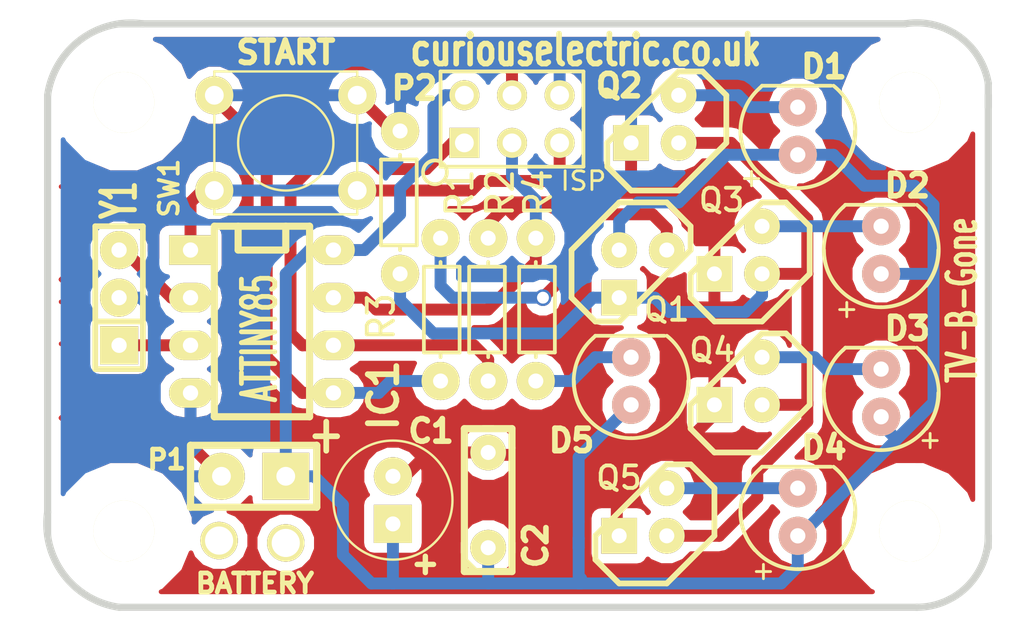
<source format=kicad_pcb>
(kicad_pcb (version 4) (host pcbnew 4.0.5)

  (general
    (links 45)
    (no_connects 0)
    (area 35.56 54.61 90.170001 87.630001)
    (thickness 1.6002)
    (drawings 13)
    (tracks 212)
    (zones 0)
    (modules 25)
    (nets 16)
  )

  (page A4)
  (title_block
    (date "29 dec 2014")
  )

  (layers
    (0 Front signal)
    (31 Back signal)
    (32 B.Adhes user)
    (33 F.Adhes user)
    (34 B.Paste user)
    (35 F.Paste user)
    (36 B.SilkS user)
    (37 F.SilkS user)
    (38 B.Mask user)
    (39 F.Mask user)
    (40 Dwgs.User user)
    (41 Cmts.User user)
    (42 Eco1.User user)
    (43 Eco2.User user)
    (44 Edge.Cuts user)
  )

  (setup
    (last_trace_width 0.635)
    (trace_clearance 0.254)
    (zone_clearance 0.508)
    (zone_45_only no)
    (trace_min 0.2032)
    (segment_width 0.381)
    (edge_width 0.381)
    (via_size 0.889)
    (via_drill 0.635)
    (via_min_size 0.889)
    (via_min_drill 0.508)
    (uvia_size 0.508)
    (uvia_drill 0.127)
    (uvias_allowed no)
    (uvia_min_size 0.508)
    (uvia_min_drill 0.127)
    (pcb_text_width 0.3048)
    (pcb_text_size 1.524 2.032)
    (mod_edge_width 0.381)
    (mod_text_size 1.524 1.524)
    (mod_text_width 0.3048)
    (pad_size 1.905 1.905)
    (pad_drill 0.8001)
    (pad_to_mask_clearance 0.254)
    (aux_axis_origin 0 0)
    (visible_elements 7FFFFFFF)
    (pcbplotparams
      (layerselection 0x010f0_80000001)
      (usegerberextensions true)
      (excludeedgelayer true)
      (linewidth 0.150000)
      (plotframeref false)
      (viasonmask false)
      (mode 1)
      (useauxorigin true)
      (hpglpennumber 1)
      (hpglpenspeed 20)
      (hpglpendiameter 15)
      (hpglpenoverlay 0)
      (psnegative false)
      (psa4output false)
      (plotreference true)
      (plotvalue true)
      (plotinvisibletext false)
      (padsonsilk false)
      (subtractmaskfromsilk false)
      (outputformat 1)
      (mirror false)
      (drillshape 0)
      (scaleselection 1)
      (outputdirectory ../TVBGone_GERBER/))
  )

  (net 0 "")
  (net 1 GND)
  (net 2 VCC)
  (net 3 "Net-(D1-Pad2)")
  (net 4 "Net-(D2-Pad2)")
  (net 5 "Net-(D3-Pad2)")
  (net 6 "Net-(D4-Pad2)")
  (net 7 "Net-(D5-Pad2)")
  (net 8 "Net-(IC1-Pad1)")
  (net 9 "Net-(IC1-Pad2)")
  (net 10 "Net-(IC1-Pad3)")
  (net 11 "Net-(IC1-Pad5)")
  (net 12 "Net-(IC1-Pad6)")
  (net 13 "Net-(IC1-Pad7)")
  (net 14 "Net-(Q1-Pad1)")
  (net 15 "Net-(Q1-Pad2)")

  (net_class Default "This is the default net class."
    (clearance 0.254)
    (trace_width 0.635)
    (via_dia 0.889)
    (via_drill 0.635)
    (uvia_dia 0.508)
    (uvia_drill 0.127)
    (add_net GND)
    (add_net "Net-(D1-Pad2)")
    (add_net "Net-(D2-Pad2)")
    (add_net "Net-(D3-Pad2)")
    (add_net "Net-(D4-Pad2)")
    (add_net "Net-(D5-Pad2)")
    (add_net "Net-(IC1-Pad1)")
    (add_net "Net-(IC1-Pad2)")
    (add_net "Net-(IC1-Pad3)")
    (add_net "Net-(IC1-Pad5)")
    (add_net "Net-(IC1-Pad6)")
    (add_net "Net-(IC1-Pad7)")
    (add_net "Net-(Q1-Pad1)")
    (add_net "Net-(Q1-Pad2)")
    (add_net VCC)
  )

  (net_class 15 ""
    (clearance 0.254)
    (trace_width 0.381)
    (via_dia 0.889)
    (via_drill 0.635)
    (uvia_dia 0.508)
    (uvia_drill 0.127)
  )

  (net_class 20 ""
    (clearance 0.254)
    (trace_width 0.508)
    (via_dia 0.889)
    (via_drill 0.635)
    (uvia_dia 0.508)
    (uvia_drill 0.127)
  )

  (net_class 30 ""
    (clearance 0.254)
    (trace_width 0.762)
    (via_dia 0.889)
    (via_drill 0.635)
    (uvia_dia 0.508)
    (uvia_drill 0.127)
  )

  (net_class 50 ""
    (clearance 0.254)
    (trace_width 1.27)
    (via_dia 0.889)
    (via_drill 0.635)
    (uvia_dia 0.508)
    (uvia_drill 0.127)
  )

  (module matts_components:C1V7_lg_pad (layer Front) (tedit 5C28CC24) (tstamp 563246DE)
    (at 56.515 81.28 90)
    (path /4F159550)
    (fp_text reference C1 (at 3.683 2.032 180) (layer F.SilkS)
      (effects (font (size 1.2 1.2) (thickness 0.3)))
    )
    (fp_text value 100uf (at -4.064 -1.143 180) (layer F.SilkS) hide
      (effects (font (size 1.143 0.889) (thickness 0.2032)))
    )
    (fp_text user + (at -3.429 1.651 90) (layer F.SilkS)
      (effects (font (size 1.143 1.143) (thickness 0.28702)))
    )
    (fp_circle (center 0 0) (end 3.175 0) (layer F.SilkS) (width 0.127))
    (pad 1 thru_hole rect (at -1.27 0 90) (size 2.032 2.032) (drill 0.8001) (layers *.Cu *.Mask F.SilkS)
      (net 2 VCC))
    (pad 2 thru_hole circle (at 1.27 0 90) (size 2.032 2.032) (drill 0.8001) (layers *.Cu *.Mask F.SilkS)
      (net 1 GND))
    (model discret/c_vert_c1v7.wrl
      (at (xyz 0 0 0))
      (scale (xyz 1 1 1))
      (rotate (xyz 0 0 0))
    )
  )

  (module matts_components:C1_wide_lg_pad (layer Front) (tedit 5C28CC1F) (tstamp 563246E3)
    (at 61.595 82.55 90)
    (descr "Condensateur e = 1 pas")
    (tags C)
    (path /4F159532)
    (fp_text reference C2 (at -1.143 2.54 90) (layer F.SilkS)
      (effects (font (size 1.2 1.2) (thickness 0.3)))
    )
    (fp_text value 100nf (at 2.794 2.159 90) (layer F.SilkS) hide
      (effects (font (size 1.016 1.016) (thickness 0.2032)))
    )
    (fp_line (start -2.54 -1.27) (end -2.54 1.27) (layer F.SilkS) (width 0.381))
    (fp_line (start -2.54 1.27) (end 5.08 1.27) (layer F.SilkS) (width 0.381))
    (fp_line (start 5.08 1.27) (end 5.08 -1.27) (layer F.SilkS) (width 0.381))
    (fp_line (start 5.08 -1.27) (end -2.54 -1.27) (layer F.SilkS) (width 0.381))
    (fp_line (start -2.54 -0.635) (end -1.905 -1.27) (layer F.SilkS) (width 0.3048))
    (pad 1 thru_hole circle (at -1.27 0 90) (size 1.905 1.905) (drill 0.8001) (layers *.Cu *.Mask F.SilkS)
      (net 2 VCC))
    (pad 2 thru_hole circle (at 3.81 0 90) (size 1.905 1.905) (drill 0.8001) (layers *.Cu *.Mask F.SilkS)
      (net 1 GND))
    (model discret/capa_1_pas.wrl
      (at (xyz 0 0 0))
      (scale (xyz 1 1 1))
      (rotate (xyz 0 0 0))
    )
  )

  (module REInnovationFootprint:LED-5MM_larg_pad (layer Front) (tedit 566C30A4) (tstamp 563246FC)
    (at 69.215 74.93 90)
    (descr "LED 5mm - Lead pitch 100mil (2,54mm)")
    (tags "LED led 5mm 5MM 100mil 2,54mm")
    (path /4F15967C)
    (attr virtual)
    (fp_text reference D5 (at -3.175 -3.175 180) (layer F.SilkS)
      (effects (font (size 1.2 1.2) (thickness 0.3)))
    )
    (fp_text value RED (at 0 3.81 90) (layer F.SilkS) hide
      (effects (font (size 0.762 0.762) (thickness 0.0889)))
    )
    (fp_line (start 2.413 -1.905) (end 2.286 -2.032) (layer F.SilkS) (width 0.2))
    (fp_line (start 2.413 -1.905) (end 2.413 1.778) (layer F.SilkS) (width 0.2))
    (fp_arc (start 0 0) (end 2.413 1.905) (angle 90) (layer F.SilkS) (width 0.2))
    (fp_arc (start 0 0) (end -2.032 -2.286) (angle 90) (layer F.SilkS) (width 0.2))
    (fp_arc (start 0 0) (end 0 3.048) (angle 90) (layer F.SilkS) (width 0.2))
    (fp_arc (start 0 0) (end -3.048 0) (angle 90) (layer F.SilkS) (width 0.2))
    (pad 1 thru_hole circle (at -1.27 0 90) (size 2.032 2.032) (drill 0.8128) (layers *.Cu *.SilkS *.Mask F.Paste)
      (net 2 VCC))
    (pad 2 thru_hole circle (at 1.27 0 90) (size 2.032 2.032) (drill 0.8128) (layers *.Cu *.SilkS *.Mask F.Paste)
      (net 7 "Net-(D5-Pad2)"))
    (model discret/leds/led5_vertical_verde.wrl
      (at (xyz 0 0 0))
      (scale (xyz 1 1 1))
      (rotate (xyz 0 0 0))
    )
  )

  (module REInnovationFootprint:DIP-8__300_ELL (layer Front) (tedit 56324DC5) (tstamp 56324701)
    (at 49.53 71.755 270)
    (descr "8 pins DIL package, elliptical pads")
    (tags DIL)
    (path /4F1597B0)
    (fp_text reference IC1 (at 3.937 -6.477 270) (layer F.SilkS)
      (effects (font (thickness 0.3048)))
    )
    (fp_text value ATTINY85 (at 0.889 0.127 270) (layer F.SilkS)
      (effects (font (size 1.778 1.016) (thickness 0.254)))
    )
    (fp_line (start -5.08 -1.27) (end -3.81 -1.27) (layer F.SilkS) (width 0.381))
    (fp_line (start -3.81 -1.27) (end -3.81 1.27) (layer F.SilkS) (width 0.381))
    (fp_line (start -3.81 1.27) (end -5.08 1.27) (layer F.SilkS) (width 0.381))
    (fp_line (start -5.08 -2.54) (end 5.08 -2.54) (layer F.SilkS) (width 0.381))
    (fp_line (start 5.08 -2.54) (end 5.08 2.54) (layer F.SilkS) (width 0.381))
    (fp_line (start 5.08 2.54) (end -5.08 2.54) (layer F.SilkS) (width 0.381))
    (fp_line (start -5.08 2.54) (end -5.08 -2.54) (layer F.SilkS) (width 0.381))
    (pad 1 thru_hole rect (at -3.81 3.81 270) (size 1.5748 2.286) (drill 0.8128) (layers *.Cu *.Mask F.SilkS)
      (net 8 "Net-(IC1-Pad1)"))
    (pad 2 thru_hole oval (at -1.27 3.81 270) (size 1.5748 2.286) (drill 0.8128) (layers *.Cu *.Mask F.SilkS)
      (net 9 "Net-(IC1-Pad2)"))
    (pad 3 thru_hole oval (at 1.27 3.81 270) (size 1.5748 2.286) (drill 0.8128) (layers *.Cu *.Mask F.SilkS)
      (net 10 "Net-(IC1-Pad3)"))
    (pad 4 thru_hole oval (at 3.81 3.81 270) (size 1.5748 2.286) (drill 0.8128) (layers *.Cu *.Mask F.SilkS)
      (net 1 GND))
    (pad 5 thru_hole oval (at 3.81 -3.81 270) (size 1.5748 2.286) (drill 0.8128) (layers *.Cu *.Mask F.SilkS)
      (net 11 "Net-(IC1-Pad5)"))
    (pad 6 thru_hole oval (at 1.27 -3.81 270) (size 1.5748 2.286) (drill 0.8128) (layers *.Cu *.Mask F.SilkS)
      (net 12 "Net-(IC1-Pad6)"))
    (pad 7 thru_hole oval (at -1.27 -3.81 270) (size 1.5748 2.286) (drill 0.8128) (layers *.Cu *.Mask F.SilkS)
      (net 13 "Net-(IC1-Pad7)"))
    (pad 8 thru_hole oval (at -3.81 -3.81 270) (size 1.5748 2.286) (drill 0.8128) (layers *.Cu *.Mask F.SilkS)
      (net 2 VCC))
    (model dil/dil_8.wrl
      (at (xyz 0 0 0))
      (scale (xyz 1 1 1))
      (rotate (xyz 0 0 0))
    )
  )

  (module REInnovationFootprint:conn_2_battery (layer Front) (tedit 5C28CC2C) (tstamp 5632470C)
    (at 48.26 80.01 180)
    (path /4F159619)
    (fp_text reference P1 (at 3.81 0.889 180) (layer F.SilkS)
      (effects (font (size 1.016 1.016) (thickness 0.254)))
    )
    (fp_text value BATTERY (at -0.889 -5.715 360) (layer F.SilkS)
      (effects (font (size 1.016 1.016) (thickness 0.254)))
    )
    (fp_line (start -4.191 1.651) (end 2.54 1.651) (layer F.SilkS) (width 0.381))
    (fp_line (start 2.54 1.651) (end 2.54 -1.651) (layer F.SilkS) (width 0.381))
    (fp_line (start 2.54 -1.651) (end -4.191 -1.651) (layer F.SilkS) (width 0.381))
    (fp_line (start -4.191 -1.651) (end -4.191 1.651) (layer F.SilkS) (width 0.381))
    (fp_line (start 2.54 -1.651) (end 2.54 1.651) (layer F.SilkS) (width 0.381))
    (fp_line (start -4.191 1.651) (end -4.191 -1.651) (layer F.SilkS) (width 0.381))
    (pad 1 thru_hole rect (at -2.54 0 180) (size 2.49936 2.49936) (drill 1.00076) (layers *.Cu *.Mask F.SilkS)
      (net 2 VCC))
    (pad 2 thru_hole circle (at 0.889 0 180) (size 2.49936 2.49936) (drill 1.00076) (layers *.Cu *.Mask F.SilkS)
      (net 1 GND))
    (pad 3 thru_hole circle (at -2.54 -3.556 180) (size 1.99898 1.99898) (drill 1.50114) (layers *.Cu *.Mask F.SilkS))
    (pad 4 thru_hole circle (at 1.016 -3.429 180) (size 1.99898 1.99898) (drill 1.50114) (layers *.Cu *.Mask F.SilkS))
  )

  (module REInnovationFootprint:TH3x2_ISP (layer Front) (tedit 566C33F5) (tstamp 5632471C)
    (at 63.5 60.96)
    (path /4F212F27)
    (fp_text reference P2 (at -5.842 -1.651) (layer F.SilkS)
      (effects (font (size 1.2 1.2) (thickness 0.3)))
    )
    (fp_text value ISP (at 3.175 3.302 180) (layer F.SilkS)
      (effects (font (size 1 1) (thickness 0.15)))
    )
    (fp_circle (center -4.745 2.84) (end -5.38 2.84) (layer F.SilkS) (width 0.2))
    (fp_line (start -4.445 -2.54) (end 3.175 -2.54) (layer F.SilkS) (width 0.2))
    (fp_line (start 3.175 -2.54) (end 3.175 2.54) (layer F.SilkS) (width 0.2))
    (fp_line (start 3.175 2.54) (end -4.445 2.54) (layer F.SilkS) (width 0.2))
    (fp_line (start -4.445 2.54) (end -4.445 -2.54) (layer F.SilkS) (width 0.2))
    (pad 1 thru_hole rect (at -3.175 1.27) (size 1.6002 1.6002) (drill 1) (layers *.Cu *.Mask F.SilkS)
      (net 12 "Net-(IC1-Pad6)"))
    (pad 2 thru_hole circle (at -3.175 -1.27) (size 1.6002 1.6002) (drill 1) (layers *.Cu *.Mask F.SilkS)
      (net 2 VCC))
    (pad 3 thru_hole circle (at -0.635 1.27) (size 1.6002 1.6002) (drill 1) (layers *.Cu *.Mask F.SilkS)
      (net 13 "Net-(IC1-Pad7)"))
    (pad 4 thru_hole circle (at -0.635 -1.27) (size 1.6002 1.6002) (drill 1) (layers *.Cu *.Mask F.SilkS)
      (net 11 "Net-(IC1-Pad5)"))
    (pad 5 thru_hole circle (at 1.905 1.27) (size 1.6002 1.6002) (drill 1) (layers *.Cu *.Mask F.SilkS)
      (net 8 "Net-(IC1-Pad1)"))
    (pad 6 thru_hole circle (at 1.905 -1.27) (size 1.6002 1.6002) (drill 1) (layers *.Cu *.Mask F.SilkS)
      (net 1 GND))
  )

  (module REInnovationFootprint:TO92-ECB_large_pad_BC639 (layer Front) (tedit 5C28CC64) (tstamp 5632471D)
    (at 69.85 69.215)
    (descr "Transistor TO92 brochage type BC237")
    (tags BC639)
    (path /4F1595EF)
    (fp_text reference Q1 (at 1.27 1.905) (layer F.SilkS)
      (effects (font (size 1.2 1.2) (thickness 0.2032)))
    )
    (fp_text value BC640 (at -0.508 -3.175) (layer F.SilkS) hide
      (effects (font (size 1.016 1.016) (thickness 0.2032)))
    )
    (fp_line (start -1.27 2.54) (end 2.54 -1.27) (layer F.SilkS) (width 0.3048))
    (fp_line (start 2.54 -1.27) (end 2.54 -2.54) (layer F.SilkS) (width 0.3048))
    (fp_line (start 2.54 -2.54) (end 1.27 -3.81) (layer F.SilkS) (width 0.3048))
    (fp_line (start 1.27 -3.81) (end -1.27 -3.81) (layer F.SilkS) (width 0.3048))
    (fp_line (start -1.27 -3.81) (end -3.81 -1.27) (layer F.SilkS) (width 0.3048))
    (fp_line (start -3.81 -1.27) (end -3.81 1.27) (layer F.SilkS) (width 0.3048))
    (fp_line (start -3.81 1.27) (end -2.54 2.54) (layer F.SilkS) (width 0.3048))
    (fp_line (start -2.54 2.54) (end -1.27 2.54) (layer F.SilkS) (width 0.3048))
    (pad 1 thru_hole rect (at -1.27 1.27) (size 1.905 1.905) (drill 0.8001) (layers *.Cu *.Mask F.SilkS)
      (net 14 "Net-(Q1-Pad1)"))
    (pad 2 thru_hole circle (at 1.27 -1.27) (size 1.905 1.905) (drill 0.8001) (layers *.Cu *.Mask F.SilkS)
      (net 15 "Net-(Q1-Pad2)"))
    (pad 3 thru_hole circle (at -1.27 -1.27) (size 1.905 1.905) (drill 0.8001) (layers *.Cu *.Mask F.SilkS)
      (net 2 VCC))
    (model discret/to98.wrl
      (at (xyz 0 0 0))
      (scale (xyz 1 1 1))
      (rotate (xyz 0 0 0))
    )
  )

  (module REInnovationFootprint:TO92-EBC_large_pad (layer Front) (tedit 566C3058) (tstamp 5632472B)
    (at 70.485 60.96 180)
    (descr "Transistor TO92 brochage type BC237")
    (tags "TR TO92")
    (path /4F15956A)
    (fp_text reference Q2 (at 1.905 1.778 180) (layer F.SilkS)
      (effects (font (size 1.2 1.2) (thickness 0.3)))
    )
    (fp_text value BC548 (at -0.508 -3.175 180) (layer F.SilkS) hide
      (effects (font (size 1.016 1.016) (thickness 0.2032)))
    )
    (fp_line (start -1.27 2.54) (end 2.54 -1.27) (layer F.SilkS) (width 0.3048))
    (fp_line (start 2.54 -1.27) (end 2.54 -2.54) (layer F.SilkS) (width 0.3048))
    (fp_line (start 2.54 -2.54) (end 1.27 -3.81) (layer F.SilkS) (width 0.3048))
    (fp_line (start 1.27 -3.81) (end -1.27 -3.81) (layer F.SilkS) (width 0.3048))
    (fp_line (start -1.27 -3.81) (end -3.81 -1.27) (layer F.SilkS) (width 0.3048))
    (fp_line (start -3.81 -1.27) (end -3.81 1.27) (layer F.SilkS) (width 0.3048))
    (fp_line (start -3.81 1.27) (end -2.54 2.54) (layer F.SilkS) (width 0.3048))
    (fp_line (start -2.54 2.54) (end -1.27 2.54) (layer F.SilkS) (width 0.3048))
    (pad 1 thru_hole rect (at 1.27 -1.27 180) (size 1.905 1.905) (drill 0.8001) (layers *.Cu *.Mask F.SilkS)
      (net 1 GND))
    (pad 2 thru_hole circle (at -1.27 -1.27 180) (size 1.905 1.905) (drill 0.8001) (layers *.Cu *.Mask F.SilkS)
      (net 14 "Net-(Q1-Pad1)"))
    (pad 3 thru_hole circle (at -1.27 1.27 180) (size 1.905 1.905) (drill 0.8001) (layers *.Cu *.Mask F.SilkS)
      (net 3 "Net-(D1-Pad2)"))
    (model discret/to98.wrl
      (at (xyz 0 0 0))
      (scale (xyz 1 1 1))
      (rotate (xyz 0 0 0))
    )
  )

  (module REInnovationFootprint:TO92-EBC_large_pad (layer Front) (tedit 566C30B7) (tstamp 56324731)
    (at 74.93 67.945 180)
    (descr "Transistor TO92 brochage type BC237")
    (tags "TR TO92")
    (path /4F159684)
    (fp_text reference Q3 (at 0.889 2.667 180) (layer F.SilkS)
      (effects (font (size 1.2 1.2) (thickness 0.2032)))
    )
    (fp_text value BC548 (at -0.508 -3.175 180) (layer F.SilkS) hide
      (effects (font (size 1.016 1.016) (thickness 0.2032)))
    )
    (fp_line (start -1.27 2.54) (end 2.54 -1.27) (layer F.SilkS) (width 0.3048))
    (fp_line (start 2.54 -1.27) (end 2.54 -2.54) (layer F.SilkS) (width 0.3048))
    (fp_line (start 2.54 -2.54) (end 1.27 -3.81) (layer F.SilkS) (width 0.3048))
    (fp_line (start 1.27 -3.81) (end -1.27 -3.81) (layer F.SilkS) (width 0.3048))
    (fp_line (start -1.27 -3.81) (end -3.81 -1.27) (layer F.SilkS) (width 0.3048))
    (fp_line (start -3.81 -1.27) (end -3.81 1.27) (layer F.SilkS) (width 0.3048))
    (fp_line (start -3.81 1.27) (end -2.54 2.54) (layer F.SilkS) (width 0.3048))
    (fp_line (start -2.54 2.54) (end -1.27 2.54) (layer F.SilkS) (width 0.3048))
    (pad 1 thru_hole rect (at 1.27 -1.27 180) (size 1.905 1.905) (drill 0.8001) (layers *.Cu *.Mask F.SilkS)
      (net 1 GND))
    (pad 2 thru_hole circle (at -1.27 -1.27 180) (size 1.905 1.905) (drill 0.8001) (layers *.Cu *.Mask F.SilkS)
      (net 14 "Net-(Q1-Pad1)"))
    (pad 3 thru_hole circle (at -1.27 1.27 180) (size 1.905 1.905) (drill 0.8001) (layers *.Cu *.Mask F.SilkS)
      (net 4 "Net-(D2-Pad2)"))
    (model discret/to98.wrl
      (at (xyz 0 0 0))
      (scale (xyz 1 1 1))
      (rotate (xyz 0 0 0))
    )
  )

  (module REInnovationFootprint:TO92-EBC_large_pad (layer Front) (tedit 566C30C5) (tstamp 56324737)
    (at 74.93 74.93 180)
    (descr "Transistor TO92 brochage type BC237")
    (tags "TR TO92")
    (path /4F159689)
    (fp_text reference Q4 (at 1.397 1.651 180) (layer F.SilkS)
      (effects (font (size 1.2 1.2) (thickness 0.2032)))
    )
    (fp_text value BC548 (at -0.508 -3.175 180) (layer F.SilkS) hide
      (effects (font (size 1.016 1.016) (thickness 0.2032)))
    )
    (fp_line (start -1.27 2.54) (end 2.54 -1.27) (layer F.SilkS) (width 0.3048))
    (fp_line (start 2.54 -1.27) (end 2.54 -2.54) (layer F.SilkS) (width 0.3048))
    (fp_line (start 2.54 -2.54) (end 1.27 -3.81) (layer F.SilkS) (width 0.3048))
    (fp_line (start 1.27 -3.81) (end -1.27 -3.81) (layer F.SilkS) (width 0.3048))
    (fp_line (start -1.27 -3.81) (end -3.81 -1.27) (layer F.SilkS) (width 0.3048))
    (fp_line (start -3.81 -1.27) (end -3.81 1.27) (layer F.SilkS) (width 0.3048))
    (fp_line (start -3.81 1.27) (end -2.54 2.54) (layer F.SilkS) (width 0.3048))
    (fp_line (start -2.54 2.54) (end -1.27 2.54) (layer F.SilkS) (width 0.3048))
    (pad 1 thru_hole rect (at 1.27 -1.27 180) (size 1.905 1.905) (drill 0.8001) (layers *.Cu *.Mask F.SilkS)
      (net 1 GND))
    (pad 2 thru_hole circle (at -1.27 -1.27 180) (size 1.905 1.905) (drill 0.8001) (layers *.Cu *.Mask F.SilkS)
      (net 14 "Net-(Q1-Pad1)"))
    (pad 3 thru_hole circle (at -1.27 1.27 180) (size 1.905 1.905) (drill 0.8001) (layers *.Cu *.Mask F.SilkS)
      (net 5 "Net-(D3-Pad2)"))
    (model discret/to98.wrl
      (at (xyz 0 0 0))
      (scale (xyz 1 1 1))
      (rotate (xyz 0 0 0))
    )
  )

  (module REInnovationFootprint:TO92-EBC_large_pad (layer Front) (tedit 566C3083) (tstamp 5632473D)
    (at 69.85 81.915 180)
    (descr "Transistor TO92 brochage type BC237")
    (tags "TR TO92")
    (path /4F15968C)
    (fp_text reference Q5 (at 1.2827 1.8288 180) (layer F.SilkS)
      (effects (font (size 1.2 1.2) (thickness 0.2032)))
    )
    (fp_text value BC548 (at -0.508 -3.175 180) (layer F.SilkS) hide
      (effects (font (size 1.016 1.016) (thickness 0.2032)))
    )
    (fp_line (start -1.27 2.54) (end 2.54 -1.27) (layer F.SilkS) (width 0.3048))
    (fp_line (start 2.54 -1.27) (end 2.54 -2.54) (layer F.SilkS) (width 0.3048))
    (fp_line (start 2.54 -2.54) (end 1.27 -3.81) (layer F.SilkS) (width 0.3048))
    (fp_line (start 1.27 -3.81) (end -1.27 -3.81) (layer F.SilkS) (width 0.3048))
    (fp_line (start -1.27 -3.81) (end -3.81 -1.27) (layer F.SilkS) (width 0.3048))
    (fp_line (start -3.81 -1.27) (end -3.81 1.27) (layer F.SilkS) (width 0.3048))
    (fp_line (start -3.81 1.27) (end -2.54 2.54) (layer F.SilkS) (width 0.3048))
    (fp_line (start -2.54 2.54) (end -1.27 2.54) (layer F.SilkS) (width 0.3048))
    (pad 1 thru_hole rect (at 1.27 -1.27 180) (size 1.905 1.905) (drill 0.8001) (layers *.Cu *.Mask F.SilkS)
      (net 1 GND))
    (pad 2 thru_hole circle (at -1.27 -1.27 180) (size 1.905 1.905) (drill 0.8001) (layers *.Cu *.Mask F.SilkS)
      (net 14 "Net-(Q1-Pad1)"))
    (pad 3 thru_hole circle (at -1.27 1.27 180) (size 1.905 1.905) (drill 0.8001) (layers *.Cu *.Mask F.SilkS)
      (net 6 "Net-(D4-Pad2)"))
    (model discret/to98.wrl
      (at (xyz 0 0 0))
      (scale (xyz 1 1 1))
      (rotate (xyz 0 0 0))
    )
  )

  (module REInnovationFootprint:TH_Resistor_1 (layer Front) (tedit 566C2F9C) (tstamp 56324743)
    (at 59.055 71.12 270)
    (descr "Resitance 3 pas")
    (tags R)
    (path /4F15955F)
    (autoplace_cost180 10)
    (fp_text reference R1 (at -6.223 -1.016 270) (layer F.SilkS)
      (effects (font (size 1.397 1.27) (thickness 0.2032)))
    )
    (fp_text value 1k (at 0 0 270) (layer F.SilkS) hide
      (effects (font (size 1.397 1.27) (thickness 0.2032)))
    )
    (fp_line (start -2.286 0) (end -2.54 0) (layer F.SilkS) (width 0.2))
    (fp_line (start 2.286 0) (end 2.54 0) (layer F.SilkS) (width 0.2))
    (fp_line (start -2.286 -1.016) (end -2.286 0.889) (layer F.SilkS) (width 0.2))
    (fp_line (start -2.286 0.889) (end 2.286 0.889) (layer F.SilkS) (width 0.2))
    (fp_line (start 2.286 0.889) (end 2.286 -1.016) (layer F.SilkS) (width 0.2))
    (fp_line (start 2.286 -1.016) (end -2.286 -1.016) (layer F.SilkS) (width 0.2))
    (pad 1 thru_hole circle (at -3.81 0 270) (size 2.032 2.032) (drill 0.8001) (layers *.Cu *.Mask F.SilkS)
      (net 15 "Net-(Q1-Pad2)"))
    (pad 2 thru_hole circle (at 3.81 0 270) (size 2.032 2.032) (drill 0.8001) (layers *.Cu *.Mask F.SilkS)
      (net 11 "Net-(IC1-Pad5)"))
    (model discret/resistor.wrl
      (at (xyz 0 0 0))
      (scale (xyz 0.3 0.3 0.3))
      (rotate (xyz 0 0 0))
    )
  )

  (module REInnovationFootprint:TH_Resistor_1 (layer Front) (tedit 566C2FA7) (tstamp 56324748)
    (at 61.595 71.12 90)
    (descr "Resitance 3 pas")
    (tags R)
    (path /4F159E51)
    (autoplace_cost180 10)
    (fp_text reference R2 (at 6.223 0.635 90) (layer F.SilkS)
      (effects (font (size 1.397 1.27) (thickness 0.2032)))
    )
    (fp_text value 10k (at 0 0 90) (layer F.SilkS) hide
      (effects (font (size 1.397 1.27) (thickness 0.2032)))
    )
    (fp_line (start -2.286 0) (end -2.54 0) (layer F.SilkS) (width 0.2))
    (fp_line (start 2.286 0) (end 2.54 0) (layer F.SilkS) (width 0.2))
    (fp_line (start -2.286 -1.016) (end -2.286 0.889) (layer F.SilkS) (width 0.2))
    (fp_line (start -2.286 0.889) (end 2.286 0.889) (layer F.SilkS) (width 0.2))
    (fp_line (start 2.286 0.889) (end 2.286 -1.016) (layer F.SilkS) (width 0.2))
    (fp_line (start 2.286 -1.016) (end -2.286 -1.016) (layer F.SilkS) (width 0.2))
    (pad 1 thru_hole circle (at -3.81 0 90) (size 2.032 2.032) (drill 0.8001) (layers *.Cu *.Mask F.SilkS)
      (net 12 "Net-(IC1-Pad6)"))
    (pad 2 thru_hole circle (at 3.81 0 90) (size 2.032 2.032) (drill 0.8001) (layers *.Cu *.Mask F.SilkS)
      (net 1 GND))
    (model discret/resistor.wrl
      (at (xyz 0 0 0))
      (scale (xyz 0.3 0.3 0.3))
      (rotate (xyz 0 0 0))
    )
  )

  (module REInnovationFootprint:TH_Resistor_1 (layer Front) (tedit 5C28CC51) (tstamp 5632474D)
    (at 56.896 65.405 90)
    (descr "Resitance 3 pas")
    (tags R)
    (path /4F159E4D)
    (autoplace_cost180 10)
    (fp_text reference R3 (at -6.096 -1.016 270) (layer F.SilkS)
      (effects (font (size 1.397 1.27) (thickness 0.2032)))
    )
    (fp_text value 10k (at 0 0 90) (layer F.SilkS) hide
      (effects (font (size 1.397 1.27) (thickness 0.2032)))
    )
    (fp_line (start -2.286 0) (end -2.54 0) (layer F.SilkS) (width 0.2))
    (fp_line (start 2.286 0) (end 2.54 0) (layer F.SilkS) (width 0.2))
    (fp_line (start -2.286 -1.016) (end -2.286 0.889) (layer F.SilkS) (width 0.2))
    (fp_line (start -2.286 0.889) (end 2.286 0.889) (layer F.SilkS) (width 0.2))
    (fp_line (start 2.286 0.889) (end 2.286 -1.016) (layer F.SilkS) (width 0.2))
    (fp_line (start 2.286 -1.016) (end -2.286 -1.016) (layer F.SilkS) (width 0.2))
    (pad 1 thru_hole circle (at -3.81 0 90) (size 2.032 2.032) (drill 0.8001) (layers *.Cu *.Mask F.SilkS)
      (net 14 "Net-(Q1-Pad1)"))
    (pad 2 thru_hole circle (at 3.81 0 90) (size 2.032 2.032) (drill 0.8001) (layers *.Cu *.Mask F.SilkS)
      (net 1 GND))
    (model discret/resistor.wrl
      (at (xyz 0 0 0))
      (scale (xyz 0.3 0.3 0.3))
      (rotate (xyz 0 0 0))
    )
  )

  (module REInnovationFootprint:TH_Resistor_1 (layer Front) (tedit 566C2F73) (tstamp 56324752)
    (at 64.135 71.12 270)
    (descr "Resitance 3 pas")
    (tags R)
    (path /4F15955C)
    (autoplace_cost180 10)
    (fp_text reference R4 (at -6.223 -0.127 450) (layer F.SilkS)
      (effects (font (size 1.397 1.27) (thickness 0.2032)))
    )
    (fp_text value 1k (at 0 0 270) (layer F.SilkS) hide
      (effects (font (size 1.397 1.27) (thickness 0.2032)))
    )
    (fp_line (start -2.286 0) (end -2.54 0) (layer F.SilkS) (width 0.2))
    (fp_line (start 2.286 0) (end 2.54 0) (layer F.SilkS) (width 0.2))
    (fp_line (start -2.286 -1.016) (end -2.286 0.889) (layer F.SilkS) (width 0.2))
    (fp_line (start -2.286 0.889) (end 2.286 0.889) (layer F.SilkS) (width 0.2))
    (fp_line (start 2.286 0.889) (end 2.286 -1.016) (layer F.SilkS) (width 0.2))
    (fp_line (start 2.286 -1.016) (end -2.286 -1.016) (layer F.SilkS) (width 0.2))
    (pad 1 thru_hole circle (at -3.81 0 270) (size 2.032 2.032) (drill 0.8001) (layers *.Cu *.Mask F.SilkS)
      (net 13 "Net-(IC1-Pad7)"))
    (pad 2 thru_hole circle (at 3.81 0 270) (size 2.032 2.032) (drill 0.8001) (layers *.Cu *.Mask F.SilkS)
      (net 7 "Net-(D5-Pad2)"))
    (model discret/resistor.wrl
      (at (xyz 0 0 0))
      (scale (xyz 0.3 0.3 0.3))
      (rotate (xyz 0 0 0))
    )
  )

  (module REInnovationFootprint:SW_PUSH_SMALL_lg_pad (layer Front) (tedit 566C2F13) (tstamp 56324757)
    (at 50.8 62.23)
    (path /4F159627)
    (fp_text reference SW1 (at -6.223 2.413 90) (layer F.SilkS)
      (effects (font (size 1.016 1.016) (thickness 0.2032)))
    )
    (fp_text value START (at 0 -4.826) (layer F.SilkS)
      (effects (font (size 1.2 1.2) (thickness 0.3)))
    )
    (fp_circle (center 0 0) (end 0 -2.54) (layer F.SilkS) (width 0.127))
    (fp_line (start -3.81 -3.81) (end 3.81 -3.81) (layer F.SilkS) (width 0.127))
    (fp_line (start 3.81 -3.81) (end 3.81 3.81) (layer F.SilkS) (width 0.127))
    (fp_line (start 3.81 3.81) (end -3.81 3.81) (layer F.SilkS) (width 0.127))
    (fp_line (start -3.81 -3.81) (end -3.81 3.81) (layer F.SilkS) (width 0.127))
    (pad 1 thru_hole circle (at 3.81 -2.54) (size 2.032 2.032) (drill 1.00076) (layers *.Cu *.Mask F.SilkS)
      (net 1 GND))
    (pad 2 thru_hole circle (at 3.81 2.54) (size 2.032 2.032) (drill 1.00076) (layers *.Cu *.Mask F.SilkS)
      (net 8 "Net-(IC1-Pad1)"))
    (pad 1 thru_hole circle (at -3.81 -2.54) (size 2.032 2.032) (drill 1.00076) (layers *.Cu *.Mask F.SilkS)
      (net 1 GND))
    (pad 2 thru_hole circle (at -3.81 2.54) (size 2.032 2.032) (drill 1.00076) (layers *.Cu *.Mask F.SilkS)
      (net 8 "Net-(IC1-Pad1)"))
  )

  (module REInnovationFootprint:SIL-3_lg_pad (layer Front) (tedit 5C28CC3B) (tstamp 5632475E)
    (at 41.91 70.485 90)
    (descr "Connecteur 3 pins")
    (tags "CONN DEV")
    (path /4F159932)
    (fp_text reference Y1 (at 5.207 0 90) (layer F.SilkS)
      (effects (font (size 1.7907 1.07696) (thickness 0.26924)))
    )
    (fp_text value 8MHz (at -6.223 0.381 90) (layer F.SilkS) hide
      (effects (font (size 1.524 1.016) (thickness 0.254)))
    )
    (fp_line (start -3.81 1.27) (end -3.81 -1.27) (layer F.SilkS) (width 0.3048))
    (fp_line (start -3.81 -1.27) (end 3.81 -1.27) (layer F.SilkS) (width 0.3048))
    (fp_line (start 3.81 -1.27) (end 3.81 1.27) (layer F.SilkS) (width 0.3048))
    (fp_line (start 3.81 1.27) (end -3.81 1.27) (layer F.SilkS) (width 0.3048))
    (fp_line (start -1.27 -1.27) (end -1.27 1.27) (layer F.SilkS) (width 0.3048))
    (pad 1 thru_hole rect (at -2.54 0 90) (size 2.032 2.032) (drill 0.8128) (layers *.Cu *.Mask F.SilkS)
      (net 10 "Net-(IC1-Pad3)"))
    (pad 2 thru_hole circle (at 0 0 90) (size 2.032 2.032) (drill 0.8128) (layers *.Cu *.Mask F.SilkS)
      (net 1 GND))
    (pad 3 thru_hole circle (at 2.54 0 90) (size 2.032 2.032) (drill 0.8128) (layers *.Cu *.Mask F.SilkS)
      (net 9 "Net-(IC1-Pad2)"))
  )

  (module REInnovationFootprint:NPTH_3MM (layer Front) (tedit 560916AF) (tstamp 56324EFB)
    (at 42.164 60.071)
    (descr "module 1 pin (ou trou mecanique de percage)")
    (tags DEV)
    (path /563274A1)
    (fp_text reference P4 (at 0 -3.048) (layer F.SilkS) hide
      (effects (font (size 1.016 1.016) (thickness 0.254)))
    )
    (fp_text value PCB (at 0 2.794) (layer F.SilkS) hide
      (effects (font (size 1.016 1.016) (thickness 0.254)))
    )
    (pad "" np_thru_hole circle (at 0 0) (size 3.25 3.25) (drill 3.25) (layers *.Cu *.Mask F.SilkS)
      (clearance 2))
  )

  (module REInnovationFootprint:NPTH_3MM (layer Front) (tedit 560916AF) (tstamp 56324EFF)
    (at 84.074 60.071)
    (descr "module 1 pin (ou trou mecanique de percage)")
    (tags DEV)
    (path /5632753C)
    (fp_text reference P5 (at 0 -3.048) (layer F.SilkS) hide
      (effects (font (size 1.016 1.016) (thickness 0.254)))
    )
    (fp_text value PCB (at 0 2.794) (layer F.SilkS) hide
      (effects (font (size 1.016 1.016) (thickness 0.254)))
    )
    (pad "" np_thru_hole circle (at 0 0) (size 3.25 3.25) (drill 3.25) (layers *.Cu *.Mask F.SilkS)
      (clearance 2))
  )

  (module REInnovationFootprint:NPTH_3MM (layer Front) (tedit 560916AF) (tstamp 56324F03)
    (at 42.164 82.931)
    (descr "module 1 pin (ou trou mecanique de percage)")
    (tags DEV)
    (path /56327543)
    (fp_text reference P6 (at 0 -3.048) (layer F.SilkS) hide
      (effects (font (size 1.016 1.016) (thickness 0.254)))
    )
    (fp_text value PCB (at 0 2.794) (layer F.SilkS) hide
      (effects (font (size 1.016 1.016) (thickness 0.254)))
    )
    (pad "" np_thru_hole circle (at 0 0) (size 3.25 3.25) (drill 3.25) (layers *.Cu *.Mask F.SilkS)
      (clearance 2))
  )

  (module REInnovationFootprint:NPTH_3MM (layer Front) (tedit 560916AF) (tstamp 56324F07)
    (at 84.074 82.931)
    (descr "module 1 pin (ou trou mecanique de percage)")
    (tags DEV)
    (path /563275E7)
    (fp_text reference P7 (at 0 -3.048) (layer F.SilkS) hide
      (effects (font (size 1.016 1.016) (thickness 0.254)))
    )
    (fp_text value PCB (at 0 2.794) (layer F.SilkS) hide
      (effects (font (size 1.016 1.016) (thickness 0.254)))
    )
    (pad "" np_thru_hole circle (at 0 0) (size 3.25 3.25) (drill 3.25) (layers *.Cu *.Mask F.SilkS)
      (clearance 2))
  )

  (module REInnovationFootprint:LED-5MM_larg_pad (layer Front) (tedit 5C28CB53) (tstamp 563246F7)
    (at 78.105 81.915 90)
    (descr "LED 5mm - Lead pitch 100mil (2,54mm)")
    (tags "LED led 5mm 5MM 100mil 2,54mm")
    (path /4F159678)
    (attr virtual)
    (fp_text reference D4 (at 3.429 1.397 180) (layer F.SilkS)
      (effects (font (size 1.2 1.2) (thickness 0.3)))
    )
    (fp_text value IR (at 0 3.81 90) (layer F.SilkS) hide
      (effects (font (size 0.762 0.762) (thickness 0.0889)))
    )
    (fp_text user + (at -3.175 -1.905 90) (layer F.SilkS)
      (effects (font (size 1 1) (thickness 0.15)))
    )
    (fp_line (start 2.413 -1.905) (end 2.286 -2.032) (layer F.SilkS) (width 0.2))
    (fp_line (start 2.413 -1.905) (end 2.413 1.778) (layer F.SilkS) (width 0.2))
    (fp_arc (start 0 0) (end 2.413 1.905) (angle 90) (layer F.SilkS) (width 0.2))
    (fp_arc (start 0 0) (end -2.032 -2.286) (angle 90) (layer F.SilkS) (width 0.2))
    (fp_arc (start 0 0) (end 0 3.048) (angle 90) (layer F.SilkS) (width 0.2))
    (fp_arc (start 0 0) (end -3.048 0) (angle 90) (layer F.SilkS) (width 0.2))
    (pad 1 thru_hole circle (at -1.27 0 90) (size 2.032 2.032) (drill 0.8128) (layers *.Cu *.SilkS *.Mask F.Paste)
      (net 2 VCC))
    (pad 2 thru_hole circle (at 1.27 0 90) (size 2.032 2.032) (drill 0.8128) (layers *.Cu *.SilkS *.Mask F.Paste)
      (net 6 "Net-(D4-Pad2)"))
    (model discret/leds/led5_vertical_verde.wrl
      (at (xyz 0 0 0))
      (scale (xyz 1 1 1))
      (rotate (xyz 0 0 0))
    )
  )

  (module REInnovationFootprint:LED-5MM_larg_pad (layer Front) (tedit 5C28CBFE) (tstamp 563246F2)
    (at 82.55 75.565 90)
    (descr "LED 5mm - Lead pitch 100mil (2,54mm)")
    (tags "LED led 5mm 5MM 100mil 2,54mm")
    (path /4F159673)
    (attr virtual)
    (fp_text reference D3 (at 3.429 1.397 180) (layer F.SilkS)
      (effects (font (size 1.2 1.2) (thickness 0.3)))
    )
    (fp_text value IR (at 0 3.81 90) (layer F.SilkS) hide
      (effects (font (size 0.762 0.762) (thickness 0.0889)))
    )
    (fp_text user + (at -2.54 2.54 90) (layer F.SilkS)
      (effects (font (size 1 1) (thickness 0.15)))
    )
    (fp_line (start 2.413 -1.905) (end 2.286 -2.032) (layer F.SilkS) (width 0.2))
    (fp_line (start 2.413 -1.905) (end 2.413 1.778) (layer F.SilkS) (width 0.2))
    (fp_arc (start 0 0) (end 2.413 1.905) (angle 90) (layer F.SilkS) (width 0.2))
    (fp_arc (start 0 0) (end -2.032 -2.286) (angle 90) (layer F.SilkS) (width 0.2))
    (fp_arc (start 0 0) (end 0 3.048) (angle 90) (layer F.SilkS) (width 0.2))
    (fp_arc (start 0 0) (end -3.048 0) (angle 90) (layer F.SilkS) (width 0.2))
    (pad 1 thru_hole circle (at -1.27 0 90) (size 2.032 2.032) (drill 0.8128) (layers *.Cu *.SilkS *.Mask F.Paste)
      (net 2 VCC))
    (pad 2 thru_hole circle (at 1.27 0 90) (size 2.032 2.032) (drill 0.8128) (layers *.Cu *.SilkS *.Mask F.Paste)
      (net 5 "Net-(D3-Pad2)"))
    (model discret/leds/led5_vertical_verde.wrl
      (at (xyz 0 0 0))
      (scale (xyz 1 1 1))
      (rotate (xyz 0 0 0))
    )
  )

  (module REInnovationFootprint:LED-5MM_larg_pad (layer Front) (tedit 5C28CBF8) (tstamp 563246ED)
    (at 82.55 67.945 90)
    (descr "LED 5mm - Lead pitch 100mil (2,54mm)")
    (tags "LED led 5mm 5MM 100mil 2,54mm")
    (path /4F15966F)
    (attr virtual)
    (fp_text reference D2 (at 3.429 1.397 180) (layer F.SilkS)
      (effects (font (size 1.2 1.2) (thickness 0.3)))
    )
    (fp_text value IR (at 0 3.81 90) (layer F.SilkS) hide
      (effects (font (size 0.762 0.762) (thickness 0.0889)))
    )
    (fp_text user + (at -3.175 -1.905 90) (layer F.SilkS)
      (effects (font (size 1 1) (thickness 0.15)))
    )
    (fp_line (start 2.413 -1.905) (end 2.286 -2.032) (layer F.SilkS) (width 0.2))
    (fp_line (start 2.413 -1.905) (end 2.413 1.778) (layer F.SilkS) (width 0.2))
    (fp_arc (start 0 0) (end 2.413 1.905) (angle 90) (layer F.SilkS) (width 0.2))
    (fp_arc (start 0 0) (end -2.032 -2.286) (angle 90) (layer F.SilkS) (width 0.2))
    (fp_arc (start 0 0) (end 0 3.048) (angle 90) (layer F.SilkS) (width 0.2))
    (fp_arc (start 0 0) (end -3.048 0) (angle 90) (layer F.SilkS) (width 0.2))
    (pad 1 thru_hole circle (at -1.27 0 90) (size 2.032 2.032) (drill 0.8128) (layers *.Cu *.SilkS *.Mask F.Paste)
      (net 2 VCC))
    (pad 2 thru_hole circle (at 1.27 0 90) (size 2.032 2.032) (drill 0.8128) (layers *.Cu *.SilkS *.Mask F.Paste)
      (net 4 "Net-(D2-Pad2)"))
    (model discret/leds/led5_vertical_verde.wrl
      (at (xyz 0 0 0))
      (scale (xyz 1 1 1))
      (rotate (xyz 0 0 0))
    )
  )

  (module REInnovationFootprint:LED-5MM_larg_pad (layer Front) (tedit 5C28CBF3) (tstamp 563246E8)
    (at 78.105 61.595 90)
    (descr "LED 5mm - Lead pitch 100mil (2,54mm)")
    (tags "LED led 5mm 5MM 100mil 2,54mm")
    (path /4F15966C)
    (attr virtual)
    (fp_text reference D1 (at 3.429 1.397 180) (layer F.SilkS)
      (effects (font (size 1.2 1.2) (thickness 0.3)))
    )
    (fp_text value IR (at 0 3.81 90) (layer F.SilkS) hide
      (effects (font (size 0.762 0.762) (thickness 0.0889)))
    )
    (fp_text user + (at -2.54 -2.54 90) (layer F.SilkS)
      (effects (font (size 1 1) (thickness 0.15)))
    )
    (fp_line (start 2.413 -1.905) (end 2.286 -2.032) (layer F.SilkS) (width 0.2))
    (fp_line (start 2.413 -1.905) (end 2.413 1.778) (layer F.SilkS) (width 0.2))
    (fp_arc (start 0 0) (end 2.413 1.905) (angle 90) (layer F.SilkS) (width 0.2))
    (fp_arc (start 0 0) (end -2.032 -2.286) (angle 90) (layer F.SilkS) (width 0.2))
    (fp_arc (start 0 0) (end 0 3.048) (angle 90) (layer F.SilkS) (width 0.2))
    (fp_arc (start 0 0) (end -3.048 0) (angle 90) (layer F.SilkS) (width 0.2))
    (pad 1 thru_hole circle (at -1.27 0 90) (size 2.032 2.032) (drill 0.8128) (layers *.Cu *.SilkS *.Mask F.Paste)
      (net 2 VCC))
    (pad 2 thru_hole circle (at 1.27 0 90) (size 2.032 2.032) (drill 0.8128) (layers *.Cu *.SilkS *.Mask F.Paste)
      (net 3 "Net-(D1-Pad2)"))
    (model discret/leds/led5_vertical_verde.wrl
      (at (xyz 0 0 0))
      (scale (xyz 1 1 1))
      (rotate (xyz 0 0 0))
    )
  )

  (gr_text curiouselectric.co.uk (at 39.37 71.755 90) (layer Front)
    (effects (font (size 1 1) (thickness 0.25)))
  )
  (gr_line (start 88.265 59.055) (end 88.265 60.325) (angle 90) (layer Edge.Cuts) (width 0.381))
  (gr_arc (start 84.455 59.69) (end 83.82 55.88) (angle 90) (layer Edge.Cuts) (width 0.381))
  (gr_arc (start 84.455 83.185) (end 88.265 83.185) (angle 90) (layer Edge.Cuts) (width 0.381))
  (gr_arc (start 42.545 82.55) (end 41.91 86.995) (angle 90) (layer Edge.Cuts) (width 0.381))
  (gr_arc (start 42.545 60.325) (end 38.1 59.69) (angle 90) (layer Edge.Cuts) (width 0.381))
  (gr_line (start 38.1 83.185) (end 38.1 59.69) (angle 90) (layer Edge.Cuts) (width 0.381))
  (gr_line (start 88.265 83.82) (end 88.265 59.69) (angle 90) (layer Edge.Cuts) (width 0.381))
  (gr_line (start 41.91 86.995) (end 84.455 86.995) (angle 90) (layer Edge.Cuts) (width 0.381))
  (gr_line (start 41.91 55.88) (end 83.82 55.88) (angle 90) (layer Edge.Cuts) (width 0.381))
  (gr_text + (at 52.959 77.724) (layer F.SilkS)
    (effects (font (size 2.032 1.524) (thickness 0.3048)))
  )
  (gr_text curiouselectric.co.uk (at 66.802 57.277) (layer F.SilkS)
    (effects (font (size 1.6 1.2) (thickness 0.3)))
  )
  (gr_text TV-B-Gone (at 86.868 70.612 90) (layer F.SilkS)
    (effects (font (size 1.50114 1.00076) (thickness 0.25146)))
  )

  (segment (start 45.72 75.565) (end 45.72 77.47) (width 0.635) (layer Back) (net 1))
  (segment (start 45.72 77.47) (end 44.577 78.613) (width 0.635) (layer Back) (net 1) (tstamp 566C37E8))
  (segment (start 45.72 75.565) (end 45.72 76.327) (width 0.635) (layer Back) (net 1))
  (segment (start 46.99 59.69) (end 46.99 59.817) (width 0.635) (layer Front) (net 1))
  (segment (start 46.99 59.817) (end 48.768 61.595) (width 0.635) (layer Front) (net 1) (tstamp 563251FD))
  (segment (start 48.768 61.595) (end 48.768 63.119) (width 0.635) (layer Front) (net 1) (tstamp 563251FE))
  (segment (start 65.405 59.69) (end 65.405 58.166) (width 0.635) (layer Back) (net 1))
  (segment (start 65.405 58.166) (end 65.405 58.293) (width 0.635) (layer Back) (net 1) (tstamp 563251D7))
  (segment (start 65.405 58.293) (end 65.405 58.166) (width 0.635) (layer Back) (net 1) (tstamp 563251DB))
  (segment (start 46.99 59.69) (end 54.61 59.69) (width 0.635) (layer Back) (net 1))
  (segment (start 48.768 63.119) (end 48.768 73.787) (width 0.635) (layer Front) (net 1) (tstamp 56325201))
  (segment (start 48.768 77.597) (end 48.895 77.47) (width 0.635) (layer Front) (net 1) (tstamp 56324CB8))
  (segment (start 48.895 77.47) (end 48.895 77.597) (width 0.635) (layer Front) (net 1) (tstamp 56324CBA))
  (segment (start 48.768 73.787) (end 48.768 77.597) (width 0.635) (layer Front) (net 1))
  (segment (start 56.896 61.595) (end 56.896 60.071) (width 0.635) (layer Back) (net 1))
  (segment (start 56.896 60.071) (end 58.801 58.166) (width 0.635) (layer Back) (net 1) (tstamp 563251A7))
  (segment (start 58.801 58.166) (end 65.405 58.166) (width 0.635) (layer Back) (net 1) (tstamp 563251A9))
  (segment (start 67.056 58.166) (end 68.58 59.69) (width 0.635) (layer Back) (net 1) (tstamp 563251AA))
  (segment (start 65.405 58.166) (end 67.056 58.166) (width 0.635) (layer Back) (net 1) (tstamp 563251DC))
  (segment (start 56.896 61.595) (end 56.515 61.595) (width 0.635) (layer Front) (net 1))
  (segment (start 56.515 61.595) (end 54.61 59.69) (width 0.635) (layer Front) (net 1) (tstamp 563251A1))
  (segment (start 52.959 77.597) (end 48.895 77.597) (width 0.635) (layer Front) (net 1))
  (segment (start 58.166 78.74) (end 57.023 77.597) (width 0.635) (layer Front) (net 1) (tstamp 56324C85))
  (segment (start 57.023 77.597) (end 52.959 77.597) (width 0.635) (layer Front) (net 1) (tstamp 56324C86))
  (segment (start 59.309 78.74) (end 58.166 78.74) (width 0.635) (layer Front) (net 1))
  (segment (start 48.895 77.597) (end 45.72 77.597) (width 0.635) (layer Front) (net 1) (tstamp 56324CBB))
  (segment (start 45.72 75.565) (end 45.72 77.597) (width 0.635) (layer Front) (net 1))
  (segment (start 45.72 77.597) (end 45.72 78.359) (width 0.635) (layer Front) (net 1) (tstamp 56324CB3))
  (segment (start 45.72 78.359) (end 47.371 80.01) (width 0.635) (layer Front) (net 1) (tstamp 56324CA8))
  (segment (start 47.371 80.01) (end 45.466 80.01) (width 0.635) (layer Back) (net 1))
  (segment (start 43.815 71.247) (end 43.815 76.073) (width 0.635) (layer Back) (net 1) (tstamp 56324B08))
  (segment (start 43.053 70.485) (end 43.815 71.247) (width 0.635) (layer Back) (net 1) (tstamp 56324B07))
  (segment (start 41.91 70.485) (end 43.053 70.485) (width 0.635) (layer Back) (net 1))
  (segment (start 45.466 80.01) (end 43.815 78.359) (width 0.635) (layer Back) (net 1) (tstamp 56324C9B))
  (segment (start 43.815 78.359) (end 43.815 77.851) (width 0.635) (layer Back) (net 1) (tstamp 56324C9C))
  (segment (start 43.815 77.851) (end 43.815 76.073) (width 0.635) (layer Back) (net 1) (tstamp 566C37DA))
  (segment (start 69.215 62.23) (end 69.215 64.262) (width 0.635) (layer Front) (net 1))
  (segment (start 61.595 67.31) (end 61.595 66.548) (width 0.635) (layer Front) (net 1))
  (segment (start 61.595 66.548) (end 62.738 65.405) (width 0.635) (layer Front) (net 1) (tstamp 56324C2F))
  (segment (start 62.738 65.405) (end 66.675 65.405) (width 0.635) (layer Front) (net 1) (tstamp 56324C30))
  (segment (start 67.818 64.262) (end 69.215 64.262) (width 0.635) (layer Front) (net 1) (tstamp 56324C32))
  (segment (start 66.675 65.405) (end 67.818 64.262) (width 0.635) (layer Front) (net 1) (tstamp 56324C31))
  (segment (start 69.215 64.262) (end 72.517 64.262) (width 0.635) (layer Front) (net 1) (tstamp 56324C3B))
  (segment (start 73.66 67.056) (end 73.66 69.215) (width 0.635) (layer Front) (net 1) (tstamp 56324B6D))
  (segment (start 73.66 65.405) (end 73.66 67.056) (width 0.635) (layer Front) (net 1) (tstamp 56324C34))
  (segment (start 72.517 64.262) (end 73.66 65.405) (width 0.635) (layer Front) (net 1) (tstamp 56324C33))
  (segment (start 61.595 66.548) (end 62.738 65.405) (width 0.635) (layer Front) (net 1) (tstamp 56324B95))
  (segment (start 68.453 78.867) (end 68.453 83.058) (width 0.635) (layer Front) (net 1))
  (segment (start 68.453 83.058) (end 68.58 83.185) (width 0.635) (layer Front) (net 1) (tstamp 56324B92))
  (segment (start 56.515 80.01) (end 57.15 80.01) (width 0.635) (layer Front) (net 1))
  (segment (start 57.15 80.01) (end 58.42 78.74) (width 0.635) (layer Front) (net 1) (tstamp 56324B8B))
  (segment (start 58.42 78.74) (end 59.309 78.74) (width 0.635) (layer Front) (net 1) (tstamp 56324B8C))
  (segment (start 59.309 78.74) (end 61.595 78.74) (width 0.635) (layer Front) (net 1) (tstamp 56324C83))
  (segment (start 73.66 76.2) (end 73.66 76.708) (width 0.635) (layer Front) (net 1))
  (segment (start 73.66 76.708) (end 71.501 78.867) (width 0.635) (layer Front) (net 1) (tstamp 56324B86))
  (segment (start 71.501 78.867) (end 68.453 78.867) (width 0.635) (layer Front) (net 1) (tstamp 56324B87))
  (segment (start 68.453 78.867) (end 61.722 78.867) (width 0.635) (layer Front) (net 1) (tstamp 56324B90))
  (segment (start 61.722 78.867) (end 61.595 78.74) (width 0.635) (layer Front) (net 1) (tstamp 56324B88))
  (segment (start 73.66 76.2) (end 73.533 76.2) (width 0.635) (layer Front) (net 1))
  (segment (start 73.66 69.215) (end 73.66 76.2) (width 0.635) (layer Front) (net 1))
  (segment (start 69.215 62.23) (end 69.215 62.611) (width 0.635) (layer Front) (net 1))
  (segment (start 69.215 62.23) (end 69.215 60.325) (width 0.635) (layer Back) (net 1))
  (segment (start 69.215 60.325) (end 68.58 59.69) (width 0.635) (layer Back) (net 1) (tstamp 56324B36))
  (segment (start 56.515 82.55) (end 56.515 85.725) (width 0.635) (layer Back) (net 2))
  (segment (start 56.515 85.725) (end 56.515 85.471) (width 0.635) (layer Back) (net 2) (tstamp 566C39DA))
  (segment (start 56.515 85.471) (end 56.515 85.725) (width 0.635) (layer Back) (net 2) (tstamp 566C39DC))
  (segment (start 61.595 83.82) (end 61.595 85.725) (width 0.635) (layer Back) (net 2))
  (segment (start 61.595 85.725) (end 61.595 85.471) (width 0.635) (layer Back) (net 2) (tstamp 566C39D0))
  (segment (start 61.595 85.471) (end 61.595 85.725) (width 0.635) (layer Back) (net 2) (tstamp 566C39D2))
  (segment (start 66.421 83.312) (end 66.421 85.725) (width 0.635) (layer Back) (net 2))
  (segment (start 66.548 85.471) (end 66.548 85.725) (width 0.635) (layer Back) (net 2) (tstamp 566C39CC))
  (segment (start 66.548 85.598) (end 66.548 85.471) (width 0.635) (layer Back) (net 2) (tstamp 566C39CB))
  (segment (start 66.421 85.725) (end 66.548 85.598) (width 0.635) (layer Back) (net 2) (tstamp 566C39CA))
  (segment (start 50.8 80.01) (end 52.324 80.01) (width 0.635) (layer Back) (net 2))
  (segment (start 52.324 80.01) (end 53.848 81.534) (width 0.635) (layer Back) (net 2) (tstamp 566C39BC))
  (segment (start 55.372 85.725) (end 56.515 85.725) (width 0.635) (layer Back) (net 2) (tstamp 566C39BF))
  (segment (start 56.515 85.725) (end 61.595 85.725) (width 0.635) (layer Back) (net 2) (tstamp 566C39DD))
  (segment (start 53.848 84.201) (end 55.372 85.725) (width 0.635) (layer Back) (net 2) (tstamp 566C39BE))
  (segment (start 53.848 81.534) (end 53.848 84.201) (width 0.635) (layer Back) (net 2) (tstamp 566C39BD))
  (segment (start 61.595 85.725) (end 66.548 85.725) (width 0.635) (layer Back) (net 2) (tstamp 566C39D3))
  (segment (start 78.105 84.836) (end 78.105 83.185) (width 0.635) (layer Back) (net 2) (tstamp 566C39C4))
  (segment (start 66.548 85.725) (end 77.216 85.725) (width 0.635) (layer Back) (net 2) (tstamp 566C39CD))
  (segment (start 77.216 85.725) (end 78.105 84.836) (width 0.635) (layer Back) (net 2) (tstamp 566C39C3))
  (segment (start 66.421 83.82) (end 66.421 83.82) (width 0.635) (layer Back) (net 2) (tstamp 566C39BA))
  (segment (start 66.421 82.423) (end 66.421 83.312) (width 0.635) (layer Back) (net 2))
  (segment (start 66.421 83.312) (end 66.421 83.82) (width 0.635) (layer Back) (net 2) (tstamp 566C39C8))
  (segment (start 66.421 82.423) (end 66.421 78.994) (width 0.635) (layer Back) (net 2) (tstamp 566C39A8))
  (segment (start 66.421 78.994) (end 69.215 76.2) (width 0.635) (layer Back) (net 2) (tstamp 56324BF8))
  (segment (start 84.328 64.516) (end 85.344 65.532) (width 0.635) (layer Back) (net 2) (tstamp 566C3852))
  (segment (start 82.931 64.516) (end 84.328 64.516) (width 0.635) (layer Back) (net 2))
  (segment (start 78.105 62.865) (end 80.01 62.865) (width 0.635) (layer Back) (net 2))
  (segment (start 81.661 64.516) (end 82.931 64.516) (width 0.635) (layer Back) (net 2) (tstamp 566C384A))
  (segment (start 80.01 62.865) (end 81.661 64.516) (width 0.635) (layer Back) (net 2) (tstamp 566C3848))
  (segment (start 85.344 71.501) (end 85.344 76.073) (width 0.635) (layer Back) (net 2))
  (segment (start 85.344 76.073) (end 84.582 76.835) (width 0.635) (layer Back) (net 2) (tstamp 566C3843))
  (segment (start 82.55 76.835) (end 82.55 77.216) (width 0.635) (layer Back) (net 2))
  (segment (start 82.55 77.216) (end 83.3755 78.0415) (width 0.635) (layer Back) (net 2) (tstamp 566C3834))
  (segment (start 82.55 78.867) (end 83.3755 78.0415) (width 0.635) (layer Back) (net 2))
  (segment (start 83.3755 78.0415) (end 84.582 76.835) (width 0.635) (layer Back) (net 2) (tstamp 566C3837))
  (segment (start 84.582 76.835) (end 85.344 76.073) (width 0.635) (layer Back) (net 2) (tstamp 566C3846))
  (segment (start 78.105 83.185) (end 78.232 83.185) (width 0.635) (layer Back) (net 2))
  (segment (start 78.232 83.185) (end 82.55 78.867) (width 0.635) (layer Back) (net 2) (tstamp 566C381C))
  (segment (start 53.34 67.945) (end 54.991 67.945) (width 0.635) (layer Back) (net 2))
  (segment (start 58.674 60.325) (end 59.309 59.69) (width 0.635) (layer Back) (net 2) (tstamp 563251C2))
  (segment (start 58.674 62.865) (end 58.674 60.325) (width 0.635) (layer Back) (net 2) (tstamp 563251C0))
  (segment (start 56.896 64.643) (end 58.674 62.865) (width 0.635) (layer Back) (net 2) (tstamp 563251BF))
  (segment (start 56.896 66.04) (end 56.896 64.643) (width 0.635) (layer Back) (net 2) (tstamp 563251BE))
  (segment (start 54.991 67.945) (end 56.896 66.04) (width 0.635) (layer Back) (net 2) (tstamp 563251BC))
  (segment (start 60.325 59.69) (end 59.309 59.69) (width 0.635) (layer Back) (net 2))
  (segment (start 54.356 67.945) (end 53.34 67.945) (width 0.635) (layer Back) (net 2) (tstamp 56324BC5))
  (segment (start 82.55 69.215) (end 85.344 69.215) (width 0.635) (layer Back) (net 2))
  (segment (start 85.344 65.532) (end 85.344 69.215) (width 0.635) (layer Back) (net 2) (tstamp 566C3855))
  (segment (start 85.344 69.215) (end 85.344 71.501) (width 0.635) (layer Back) (net 2) (tstamp 56324B61))
  (segment (start 68.58 67.945) (end 68.58 66.421) (width 0.635) (layer Back) (net 2))
  (segment (start 74.295 62.865) (end 78.105 62.865) (width 0.635) (layer Back) (net 2) (tstamp 56324B4B))
  (segment (start 71.755 65.405) (end 74.295 62.865) (width 0.635) (layer Back) (net 2) (tstamp 56324B4A))
  (segment (start 69.596 65.405) (end 71.755 65.405) (width 0.635) (layer Back) (net 2) (tstamp 56324B49))
  (segment (start 68.58 66.421) (end 69.596 65.405) (width 0.635) (layer Back) (net 2) (tstamp 56324B48))
  (segment (start 50.8 80.01) (end 50.8 69.215) (width 0.635) (layer Back) (net 2))
  (segment (start 52.07 67.945) (end 53.34 67.945) (width 0.635) (layer Back) (net 2) (tstamp 56324AFD))
  (segment (start 50.8 69.215) (end 52.07 67.945) (width 0.635) (layer Back) (net 2) (tstamp 56324AFC))
  (segment (start 71.755 59.69) (end 74.93 59.69) (width 0.635) (layer Back) (net 3))
  (segment (start 75.565 60.325) (end 78.105 60.325) (width 0.635) (layer Back) (net 3) (tstamp 56324B44))
  (segment (start 74.93 59.69) (end 75.565 60.325) (width 0.635) (layer Back) (net 3) (tstamp 56324B43))
  (segment (start 82.55 66.675) (end 76.2 66.675) (width 0.635) (layer Back) (net 4))
  (segment (start 76.2 73.66) (end 78.994 73.66) (width 0.635) (layer Back) (net 5))
  (segment (start 78.994 73.66) (end 79.629 74.295) (width 0.635) (layer Back) (net 5) (tstamp 566C39FB))
  (segment (start 82.55 74.295) (end 79.629 74.295) (width 0.635) (layer Back) (net 5))
  (segment (start 78.105 80.645) (end 71.12 80.645) (width 0.635) (layer Back) (net 6))
  (segment (start 64.135 74.93) (end 66.04 74.93) (width 0.635) (layer Back) (net 7))
  (segment (start 66.04 74.93) (end 67.31 73.66) (width 0.635) (layer Back) (net 7) (tstamp 566C39E9))
  (segment (start 64.135 74.93) (end 65.151 74.93) (width 0.635) (layer Back) (net 7))
  (segment (start 67.31 73.66) (end 69.215 73.66) (width 0.635) (layer Back) (net 7) (tstamp 566C39EC))
  (segment (start 46.99 64.77) (end 54.61 64.77) (width 0.635) (layer Back) (net 8))
  (segment (start 53.975 64.77) (end 60.706 64.77) (width 0.635) (layer Front) (net 8))
  (segment (start 65.405 63.627) (end 65.405 62.23) (width 0.635) (layer Front) (net 8) (tstamp 56324BBB))
  (segment (start 64.77 64.262) (end 65.405 63.627) (width 0.635) (layer Front) (net 8) (tstamp 56324BBA))
  (segment (start 61.214 64.262) (end 64.77 64.262) (width 0.635) (layer Front) (net 8) (tstamp 56324BB9))
  (segment (start 60.706 64.77) (end 61.214 64.262) (width 0.635) (layer Front) (net 8) (tstamp 56324BB8))
  (segment (start 45.72 67.945) (end 45.72 65.405) (width 0.635) (layer Front) (net 8))
  (segment (start 45.72 65.405) (end 46.355 64.77) (width 0.635) (layer Front) (net 8) (tstamp 56324B16))
  (segment (start 41.91 67.945) (end 42.164 67.945) (width 0.635) (layer Front) (net 9))
  (segment (start 42.164 67.945) (end 44.704 70.485) (width 0.635) (layer Front) (net 9) (tstamp 56324B12))
  (segment (start 44.704 70.485) (end 45.72 70.485) (width 0.635) (layer Front) (net 9) (tstamp 56324B13))
  (segment (start 41.91 73.025) (end 45.72 73.025) (width 0.635) (layer Front) (net 10))
  (segment (start 53.34 75.565) (end 55.753 75.565) (width 0.635) (layer Back) (net 11))
  (segment (start 56.388 74.93) (end 59.055 74.93) (width 0.635) (layer Back) (net 11) (tstamp 566C39F0))
  (segment (start 55.753 75.565) (end 56.388 74.93) (width 0.635) (layer Back) (net 11) (tstamp 566C39EF))
  (segment (start 53.34 75.565) (end 51.689 75.565) (width 0.635) (layer Front) (net 11))
  (segment (start 49.784 60.452) (end 52.197 58.039) (width 0.635) (layer Front) (net 11) (tstamp 56324BDD))
  (segment (start 49.784 73.66) (end 49.784 60.452) (width 0.635) (layer Front) (net 11) (tstamp 56324BDC))
  (segment (start 51.689 75.565) (end 49.784 73.66) (width 0.635) (layer Front) (net 11) (tstamp 56324BDB))
  (segment (start 53.34 75.565) (end 52.451 75.565) (width 0.635) (layer Front) (net 11))
  (segment (start 62.865 58.42) (end 62.865 59.69) (width 0.635) (layer Front) (net 11) (tstamp 56324BD7))
  (segment (start 52.197 58.039) (end 62.484 58.039) (width 0.635) (layer Front) (net 11) (tstamp 56324BD5))
  (segment (start 62.484 58.039) (end 62.865 58.42) (width 0.635) (layer Front) (net 11) (tstamp 56324BD6))
  (segment (start 60.325 62.23) (end 59.69 62.23) (width 0.635) (layer Front) (net 12))
  (segment (start 59.69 62.23) (end 58.293 63.627) (width 0.635) (layer Front) (net 12) (tstamp 56324BE1))
  (segment (start 58.293 63.627) (end 55.88 63.627) (width 0.635) (layer Front) (net 12) (tstamp 56324BE2))
  (segment (start 55.88 63.627) (end 54.991 62.738) (width 0.635) (layer Front) (net 12) (tstamp 56324BE3))
  (segment (start 54.991 62.738) (end 52.959 62.738) (width 0.635) (layer Front) (net 12) (tstamp 56324BE4))
  (segment (start 52.959 62.738) (end 51.054 64.643) (width 0.635) (layer Front) (net 12) (tstamp 56324BE5))
  (segment (start 51.054 64.643) (end 51.054 72.39) (width 0.635) (layer Front) (net 12) (tstamp 56324BE6))
  (segment (start 51.054 72.39) (end 51.689 73.025) (width 0.635) (layer Front) (net 12) (tstamp 56324BE7))
  (segment (start 51.689 73.025) (end 53.34 73.025) (width 0.635) (layer Front) (net 12) (tstamp 56324BE9))
  (segment (start 53.34 73.025) (end 60.833 73.025) (width 0.635) (layer Front) (net 12))
  (segment (start 61.595 73.787) (end 61.595 74.93) (width 0.635) (layer Front) (net 12) (tstamp 56324BB4))
  (segment (start 60.833 73.025) (end 61.595 73.787) (width 0.635) (layer Front) (net 12) (tstamp 56324BB3))
  (segment (start 53.34 70.485) (end 54.991 70.485) (width 0.635) (layer Front) (net 13))
  (segment (start 54.991 70.485) (end 55.626 71.12) (width 0.635) (layer Front) (net 13) (tstamp 56325044))
  (segment (start 64.135 67.31) (end 64.135 68.58) (width 0.635) (layer Front) (net 13))
  (segment (start 64.135 68.58) (end 61.595 71.12) (width 0.635) (layer Front) (net 13) (tstamp 56324BAD))
  (segment (start 61.595 71.12) (end 55.626 71.12) (width 0.635) (layer Front) (net 13) (tstamp 56324BAE))
  (segment (start 64.135 67.31) (end 64.135 65.278) (width 0.635) (layer Back) (net 13))
  (segment (start 62.865 64.008) (end 62.865 62.23) (width 0.635) (layer Back) (net 13) (tstamp 56324BA2))
  (segment (start 64.135 65.278) (end 62.865 64.008) (width 0.635) (layer Back) (net 13) (tstamp 56324BA1))
  (segment (start 56.896 69.215) (end 56.896 70.612) (width 0.635) (layer Back) (net 14))
  (segment (start 56.896 70.612) (end 58.674 72.39) (width 0.635) (layer Back) (net 14) (tstamp 563251C8))
  (segment (start 63.627 72.39) (end 65.278 72.39) (width 0.635) (layer Back) (net 14))
  (segment (start 67.183 70.485) (end 68.58 70.485) (width 0.635) (layer Back) (net 14) (tstamp 56324C2C))
  (segment (start 65.278 72.39) (end 67.183 70.485) (width 0.635) (layer Back) (net 14) (tstamp 56324C2B))
  (segment (start 68.58 70.485) (end 70.485 70.485) (width 0.635) (layer Back) (net 14))
  (segment (start 70.485 70.485) (end 71.247 71.247) (width 0.635) (layer Back) (net 14) (tstamp 56324C23))
  (segment (start 71.247 71.247) (end 75.311 71.247) (width 0.635) (layer Back) (net 14) (tstamp 56324C24))
  (segment (start 75.311 71.247) (end 76.2 70.358) (width 0.635) (layer Back) (net 14) (tstamp 56324C25))
  (segment (start 76.2 70.358) (end 76.2 69.215) (width 0.635) (layer Back) (net 14) (tstamp 56324C26))
  (segment (start 58.674 72.39) (end 63.627 72.39) (width 0.635) (layer Back) (net 14) (tstamp 563251CB))
  (segment (start 76.2 76.2) (end 78.613 76.2) (width 0.635) (layer Front) (net 14))
  (segment (start 78.613 76.2) (end 78.613 76.073) (width 0.635) (layer Front) (net 14) (tstamp 56324C14))
  (segment (start 76.2 69.215) (end 78.613 69.215) (width 0.635) (layer Front) (net 14))
  (segment (start 78.613 69.215) (end 78.486 69.215) (width 0.635) (layer Front) (net 14) (tstamp 56324C0F))
  (segment (start 78.486 69.215) (end 78.613 69.215) (width 0.635) (layer Front) (net 14) (tstamp 56324C11))
  (segment (start 71.12 83.185) (end 73.914 83.185) (width 0.635) (layer Front) (net 14))
  (segment (start 74.549 62.23) (end 71.755 62.23) (width 0.635) (layer Front) (net 14) (tstamp 56324C0B))
  (segment (start 78.613 66.294) (end 74.549 62.23) (width 0.635) (layer Front) (net 14) (tstamp 56324C0A))
  (segment (start 78.613 77.089) (end 78.613 76.073) (width 0.635) (layer Front) (net 14) (tstamp 56324C08))
  (segment (start 78.613 76.073) (end 78.613 69.215) (width 0.635) (layer Front) (net 14) (tstamp 56324C17))
  (segment (start 78.613 69.215) (end 78.613 66.294) (width 0.635) (layer Front) (net 14) (tstamp 56324C12))
  (segment (start 75.946 79.756) (end 78.613 77.089) (width 0.635) (layer Front) (net 14) (tstamp 56324C07))
  (segment (start 75.946 81.153) (end 75.946 79.756) (width 0.635) (layer Front) (net 14) (tstamp 56324C06))
  (segment (start 73.914 83.185) (end 75.946 81.153) (width 0.635) (layer Front) (net 14) (tstamp 56324C05))
  (segment (start 71.755 62.23) (end 71.755 62.865) (width 0.635) (layer Back) (net 14))
  (segment (start 71.12 67.945) (end 71.12 66.802) (width 0.635) (layer Front) (net 15))
  (segment (start 59.055 69.85) (end 59.055 67.31) (width 0.635) (layer Back) (net 15) (tstamp 56324C6D))
  (segment (start 59.69 70.485) (end 59.055 69.85) (width 0.635) (layer Back) (net 15) (tstamp 56324C6C))
  (segment (start 64.516 70.485) (end 59.69 70.485) (width 0.635) (layer Back) (net 15) (tstamp 56324C6B))
  (via (at 64.516 70.485) (size 0.889) (drill 0.635) (layers Front Back) (net 15))
  (segment (start 66.548 68.453) (end 64.516 70.485) (width 0.635) (layer Front) (net 15) (tstamp 56324C67))
  (segment (start 66.548 67.183) (end 66.548 68.453) (width 0.635) (layer Front) (net 15) (tstamp 56324C65))
  (segment (start 67.691 66.04) (end 66.548 67.183) (width 0.635) (layer Front) (net 15) (tstamp 56324C64))
  (segment (start 70.358 66.04) (end 67.691 66.04) (width 0.635) (layer Front) (net 15) (tstamp 56324C63))
  (segment (start 71.12 66.802) (end 70.358 66.04) (width 0.635) (layer Front) (net 15) (tstamp 56324C62))

  (zone (net 1) (net_name GND) (layer Back) (tstamp 56324FAD) (hatch edge 0.508)
    (connect_pads no (clearance 0.508))
    (min_thickness 0.254)
    (fill yes (arc_segments 16) (thermal_gap 0.508) (thermal_bridge_width 0.508))
    (polygon
      (pts
        (xy 90.17 87.63) (xy 35.56 87.63) (xy 35.56 54.61) (xy 90.17 54.61)
      )
    )
    (filled_polygon
      (pts
        (xy 81.951439 56.888355) (xy 80.895064 57.942888) (xy 80.322653 59.321407) (xy 80.32135 60.814045) (xy 80.891355 62.193561)
        (xy 81.945888 63.249936) (xy 82.701034 63.5635) (xy 82.055538 63.5635) (xy 80.683519 62.191481) (xy 80.374506 61.985005)
        (xy 80.01 61.9125) (xy 79.486993 61.9125) (xy 79.169868 61.594821) (xy 79.503834 61.261437) (xy 79.755713 60.654845)
        (xy 79.756286 59.998037) (xy 79.505466 59.391005) (xy 79.041437 58.926166) (xy 78.434845 58.674287) (xy 77.778037 58.673714)
        (xy 77.171005 58.924534) (xy 76.722257 59.3725) (xy 75.959538 59.3725) (xy 75.603519 59.016481) (xy 75.294506 58.810005)
        (xy 74.93 58.7375) (xy 73.047269 58.7375) (xy 72.655421 58.344968) (xy 72.072159 58.102776) (xy 71.440612 58.102225)
        (xy 70.856928 58.343398) (xy 70.409968 58.789579) (xy 70.167776 59.372841) (xy 70.167225 60.004388) (xy 70.408398 60.588072)
        (xy 70.779935 60.960257) (xy 70.74219 60.997936) (xy 70.63159 60.826059) (xy 70.41939 60.681069) (xy 70.1675 60.63006)
        (xy 68.2625 60.63006) (xy 68.027183 60.674338) (xy 67.811059 60.81341) (xy 67.666069 61.02561) (xy 67.61506 61.2775)
        (xy 67.61506 63.1825) (xy 67.659338 63.417817) (xy 67.79841 63.633941) (xy 68.01061 63.778931) (xy 68.2625 63.82994)
        (xy 70.1675 63.82994) (xy 70.402817 63.785662) (xy 70.618941 63.64659) (xy 70.743716 63.463976) (xy 70.854579 63.575032)
        (xy 71.437841 63.817224) (xy 71.995251 63.81771) (xy 71.360462 64.4525) (xy 69.596 64.4525) (xy 69.231494 64.525005)
        (xy 68.922481 64.731481) (xy 67.906481 65.747481) (xy 67.700005 66.056494) (xy 67.6275 66.421) (xy 67.6275 66.652731)
        (xy 67.234968 67.044579) (xy 66.992776 67.627841) (xy 66.992225 68.259388) (xy 67.233398 68.843072) (xy 67.347936 68.95781)
        (xy 67.176059 69.06841) (xy 67.031069 69.28061) (xy 66.98006 69.5325) (xy 66.98006 69.572867) (xy 66.818494 69.605005)
        (xy 66.509481 69.811481) (xy 65.577574 70.743388) (xy 65.595313 70.700668) (xy 65.595687 70.271216) (xy 65.431689 69.874311)
        (xy 65.128286 69.570378) (xy 64.731668 69.405687) (xy 64.302216 69.405313) (xy 63.9944 69.5325) (xy 60.084538 69.5325)
        (xy 60.0075 69.455462) (xy 60.0075 68.691993) (xy 60.325179 68.374868) (xy 60.658563 68.708834) (xy 61.265155 68.960713)
        (xy 61.921963 68.961286) (xy 62.528995 68.710466) (xy 62.865179 68.374868) (xy 63.198563 68.708834) (xy 63.805155 68.960713)
        (xy 64.461963 68.961286) (xy 65.068995 68.710466) (xy 65.533834 68.246437) (xy 65.785713 67.639845) (xy 65.786286 66.983037)
        (xy 65.535466 66.376005) (xy 65.0875 65.927257) (xy 65.0875 65.278) (xy 65.014995 64.913494) (xy 64.808519 64.604481)
        (xy 63.8175 63.613462) (xy 63.8175 63.30693) (xy 64.080909 63.04398) (xy 64.134862 62.914047) (xy 64.187672 63.041857)
        (xy 64.59102 63.445909) (xy 65.118289 63.66485) (xy 65.689207 63.665348) (xy 66.216857 63.447328) (xy 66.620909 63.04398)
        (xy 66.83985 62.516711) (xy 66.840348 61.945793) (xy 66.622328 61.418143) (xy 66.21898 61.014091) (xy 66.089047 60.960138)
        (xy 66.216857 60.907328) (xy 66.620909 60.50398) (xy 66.83985 59.976711) (xy 66.840348 59.405793) (xy 66.622328 58.878143)
        (xy 66.21898 58.474091) (xy 65.691711 58.25515) (xy 65.120793 58.254652) (xy 64.593143 58.472672) (xy 64.189091 58.87602)
        (xy 64.135138 59.005953) (xy 64.082328 58.878143) (xy 63.67898 58.474091) (xy 63.151711 58.25515) (xy 62.580793 58.254652)
        (xy 62.053143 58.472672) (xy 61.649091 58.87602) (xy 61.595138 59.005953) (xy 61.542328 58.878143) (xy 61.13898 58.474091)
        (xy 60.611711 58.25515) (xy 60.040793 58.254652) (xy 59.513143 58.472672) (xy 59.232637 58.75269) (xy 58.944494 58.810005)
        (xy 58.635481 59.016481) (xy 58.000481 59.651481) (xy 57.794005 59.960494) (xy 57.753635 60.163445) (xy 57.225845 59.944287)
        (xy 56.569037 59.943714) (xy 56.235017 60.081728) (xy 56.260713 60.019845) (xy 56.261286 59.363037) (xy 56.010466 58.756005)
        (xy 55.546437 58.291166) (xy 54.939845 58.039287) (xy 54.283037 58.038714) (xy 53.676005 58.289534) (xy 53.211166 58.753563)
        (xy 52.959287 59.360155) (xy 52.958714 60.016963) (xy 53.209534 60.623995) (xy 53.673563 61.088834) (xy 54.280155 61.340713)
        (xy 54.936963 61.341286) (xy 55.270983 61.203272) (xy 55.245287 61.265155) (xy 55.244714 61.921963) (xy 55.495534 62.528995)
        (xy 55.959563 62.993834) (xy 56.566155 63.245713) (xy 56.945918 63.246044) (xy 56.222481 63.969481) (xy 56.125555 64.114541)
        (xy 56.010466 63.836005) (xy 55.546437 63.371166) (xy 54.939845 63.119287) (xy 54.283037 63.118714) (xy 53.676005 63.369534)
        (xy 53.227257 63.8175) (xy 48.371993 63.8175) (xy 47.926437 63.371166) (xy 47.319845 63.119287) (xy 46.663037 63.118714)
        (xy 46.056005 63.369534) (xy 45.591166 63.833563) (xy 45.339287 64.440155) (xy 45.338714 65.096963) (xy 45.589534 65.703995)
        (xy 46.053563 66.168834) (xy 46.660155 66.420713) (xy 47.316963 66.421286) (xy 47.923995 66.170466) (xy 48.372743 65.7225)
        (xy 53.228007 65.7225) (xy 53.673563 66.168834) (xy 54.280155 66.420713) (xy 54.936963 66.421286) (xy 55.330128 66.258834)
        (xy 54.684386 66.904576) (xy 54.274762 66.630874) (xy 53.730433 66.5226) (xy 52.949567 66.5226) (xy 52.405238 66.630874)
        (xy 51.943778 66.939211) (xy 51.883366 67.029624) (xy 51.705494 67.065005) (xy 51.396481 67.271481) (xy 50.126481 68.541481)
        (xy 49.920005 68.850494) (xy 49.8475 69.215) (xy 49.8475 78.11288) (xy 49.55032 78.11288) (xy 49.315003 78.157158)
        (xy 49.098879 78.29623) (xy 48.953889 78.50843) (xy 48.90288 78.76032) (xy 48.90288 78.876886) (xy 48.439979 78.413178)
        (xy 47.747531 78.125648) (xy 46.997759 78.124994) (xy 46.304809 78.411314) (xy 45.774178 78.941021) (xy 45.486648 79.633469)
        (xy 45.485994 80.383241) (xy 45.772314 81.076191) (xy 46.302021 81.606822) (xy 46.848688 81.833818) (xy 46.319345 82.052538)
        (xy 45.916417 82.454764) (xy 45.91665 82.187955) (xy 45.346645 80.808439) (xy 44.292112 79.752064) (xy 42.913593 79.179653)
        (xy 41.420955 79.17835) (xy 40.041439 79.748355) (xy 38.985064 80.802888) (xy 38.9255 80.946334) (xy 38.9255 72.009)
        (xy 40.24656 72.009) (xy 40.24656 74.041) (xy 40.290838 74.276317) (xy 40.42991 74.492441) (xy 40.64211 74.637431)
        (xy 40.894 74.68844) (xy 42.926 74.68844) (xy 43.161317 74.644162) (xy 43.377441 74.50509) (xy 43.522431 74.29289)
        (xy 43.57344 74.041) (xy 43.57344 72.009) (xy 43.529162 71.773683) (xy 43.39009 71.557559) (xy 43.2609 71.469287)
        (xy 43.308834 71.421437) (xy 43.560713 70.814845) (xy 43.561 70.485) (xy 43.907167 70.485) (xy 44.015441 71.029329)
        (xy 44.323778 71.490789) (xy 44.719199 71.755) (xy 44.323778 72.019211) (xy 44.015441 72.480671) (xy 43.907167 73.025)
        (xy 44.015441 73.569329) (xy 44.323778 74.030789) (xy 44.719199 74.295) (xy 44.323778 74.559211) (xy 44.015441 75.020671)
        (xy 43.907167 75.565) (xy 44.015441 76.109329) (xy 44.323778 76.570789) (xy 44.785238 76.879126) (xy 45.329567 76.9874)
        (xy 46.110433 76.9874) (xy 46.654762 76.879126) (xy 47.116222 76.570789) (xy 47.424559 76.109329) (xy 47.532833 75.565)
        (xy 47.424559 75.020671) (xy 47.116222 74.559211) (xy 46.720801 74.295) (xy 47.116222 74.030789) (xy 47.424559 73.569329)
        (xy 47.532833 73.025) (xy 47.424559 72.480671) (xy 47.116222 72.019211) (xy 46.720801 71.755) (xy 47.116222 71.490789)
        (xy 47.424559 71.029329) (xy 47.532833 70.485) (xy 47.424559 69.940671) (xy 47.116222 69.479211) (xy 46.94454 69.364497)
        (xy 47.098317 69.335562) (xy 47.314441 69.19649) (xy 47.459431 68.98429) (xy 47.51044 68.7324) (xy 47.51044 67.1576)
        (xy 47.466162 66.922283) (xy 47.32709 66.706159) (xy 47.11489 66.561169) (xy 46.863 66.51016) (xy 44.577 66.51016)
        (xy 44.341683 66.554438) (xy 44.125559 66.69351) (xy 43.980569 66.90571) (xy 43.92956 67.1576) (xy 43.92956 68.7324)
        (xy 43.973838 68.967717) (xy 44.11291 69.183841) (xy 44.32511 69.328831) (xy 44.496803 69.3636) (xy 44.323778 69.479211)
        (xy 44.015441 69.940671) (xy 43.907167 70.485) (xy 43.561 70.485) (xy 43.561286 70.158037) (xy 43.310466 69.551005)
        (xy 42.974868 69.214821) (xy 43.308834 68.881437) (xy 43.560713 68.274845) (xy 43.561286 67.618037) (xy 43.310466 67.011005)
        (xy 42.846437 66.546166) (xy 42.239845 66.294287) (xy 41.583037 66.293714) (xy 40.976005 66.544534) (xy 40.511166 67.008563)
        (xy 40.259287 67.615155) (xy 40.258714 68.271963) (xy 40.509534 68.878995) (xy 40.845132 69.215179) (xy 40.511166 69.548563)
        (xy 40.259287 70.155155) (xy 40.258714 70.811963) (xy 40.509534 71.418995) (xy 40.559872 71.469421) (xy 40.442559 71.54491)
        (xy 40.297569 71.75711) (xy 40.24656 72.009) (xy 38.9255 72.009) (xy 38.9255 62.058382) (xy 38.981355 62.193561)
        (xy 40.035888 63.249936) (xy 41.414407 63.822347) (xy 42.907045 63.82365) (xy 44.286561 63.253645) (xy 45.342936 62.199112)
        (xy 45.877287 60.912251) (xy 46.053563 61.088834) (xy 46.660155 61.340713) (xy 47.316963 61.341286) (xy 47.923995 61.090466)
        (xy 48.388834 60.626437) (xy 48.640713 60.019845) (xy 48.641286 59.363037) (xy 48.390466 58.756005) (xy 47.926437 58.291166)
        (xy 47.319845 58.039287) (xy 46.663037 58.038714) (xy 46.056005 58.289534) (xy 45.653574 58.691264) (xy 45.346645 57.948439)
        (xy 44.292112 56.892064) (xy 43.842816 56.7055) (xy 82.393981 56.7055)
      )
    )
  )
  (zone (net 1) (net_name GND) (layer Front) (tstamp 56324FAD) (hatch edge 0.508)
    (connect_pads no (clearance 0.508))
    (min_thickness 0.254)
    (fill yes (arc_segments 16) (thermal_gap 0.508) (thermal_bridge_width 0.508))
    (polygon
      (pts
        (xy 90.17 87.63) (xy 35.56 87.63) (xy 35.56 54.61) (xy 90.17 54.61)
      )
    )
    (filled_polygon
      (pts
        (xy 81.951439 56.888355) (xy 80.895064 57.942888) (xy 80.322653 59.321407) (xy 80.32135 60.814045) (xy 80.891355 62.193561)
        (xy 81.945888 63.249936) (xy 83.324407 63.822347) (xy 84.817045 63.82365) (xy 86.196561 63.253645) (xy 87.252936 62.199112)
        (xy 87.4395 61.749816) (xy 87.4395 81.250981) (xy 87.256645 80.808439) (xy 86.202112 79.752064) (xy 84.823593 79.179653)
        (xy 83.330955 79.17835) (xy 81.951439 79.748355) (xy 80.895064 80.802888) (xy 80.322653 82.181407) (xy 80.32135 83.674045)
        (xy 80.891355 85.053561) (xy 81.945888 86.109936) (xy 82.089334 86.1695) (xy 44.151382 86.1695) (xy 44.286561 86.113645)
        (xy 45.342936 85.059112) (xy 45.744905 84.091063) (xy 45.857538 84.363655) (xy 46.316927 84.823846) (xy 46.917453 85.073206)
        (xy 47.567694 85.073774) (xy 48.168655 84.825462) (xy 48.628846 84.366073) (xy 48.826655 83.889694) (xy 49.165226 83.889694)
        (xy 49.413538 84.490655) (xy 49.872927 84.950846) (xy 50.473453 85.200206) (xy 51.123694 85.200774) (xy 51.724655 84.952462)
        (xy 52.184846 84.493073) (xy 52.434206 83.892547) (xy 52.434774 83.242306) (xy 52.186462 82.641345) (xy 51.727073 82.181154)
        (xy 51.126547 81.931794) (xy 50.476306 81.931226) (xy 49.875345 82.179538) (xy 49.415154 82.638927) (xy 49.165794 83.239453)
        (xy 49.165226 83.889694) (xy 48.826655 83.889694) (xy 48.878206 83.765547) (xy 48.878774 83.115306) (xy 48.630462 82.514345)
        (xy 48.171073 82.054154) (xy 47.766075 81.885984) (xy 48.437191 81.608686) (xy 48.90288 81.143808) (xy 48.90288 81.25968)
        (xy 48.947158 81.494997) (xy 49.08623 81.711121) (xy 49.29843 81.856111) (xy 49.55032 81.90712) (xy 52.04968 81.90712)
        (xy 52.284997 81.862842) (xy 52.501121 81.72377) (xy 52.630785 81.534) (xy 54.85156 81.534) (xy 54.85156 83.566)
        (xy 54.895838 83.801317) (xy 55.03491 84.017441) (xy 55.24711 84.162431) (xy 55.499 84.21344) (xy 57.531 84.21344)
        (xy 57.766317 84.169162) (xy 57.820357 84.134388) (xy 60.007225 84.134388) (xy 60.248398 84.718072) (xy 60.694579 85.165032)
        (xy 61.277841 85.407224) (xy 61.909388 85.407775) (xy 62.493072 85.166602) (xy 62.940032 84.720421) (xy 63.182224 84.137159)
        (xy 63.182775 83.505612) (xy 62.941602 82.921928) (xy 62.495421 82.474968) (xy 61.912159 82.232776) (xy 61.280612 82.232225)
        (xy 60.696928 82.473398) (xy 60.249968 82.919579) (xy 60.007776 83.502841) (xy 60.007225 84.134388) (xy 57.820357 84.134388)
        (xy 57.982441 84.03009) (xy 58.127431 83.81789) (xy 58.17844 83.566) (xy 58.17844 81.534) (xy 58.134162 81.298683)
        (xy 57.99509 81.082559) (xy 57.8659 80.994287) (xy 57.913834 80.946437) (xy 58.165713 80.339845) (xy 58.166286 79.683037)
        (xy 57.915466 79.076005) (xy 57.893887 79.054388) (xy 60.007225 79.054388) (xy 60.248398 79.638072) (xy 60.694579 80.085032)
        (xy 61.277841 80.327224) (xy 61.909388 80.327775) (xy 62.493072 80.086602) (xy 62.940032 79.640421) (xy 63.182224 79.057159)
        (xy 63.182775 78.425612) (xy 62.941602 77.841928) (xy 62.495421 77.394968) (xy 61.912159 77.152776) (xy 61.280612 77.152225)
        (xy 60.696928 77.393398) (xy 60.249968 77.839579) (xy 60.007776 78.422841) (xy 60.007225 79.054388) (xy 57.893887 79.054388)
        (xy 57.451437 78.611166) (xy 56.844845 78.359287) (xy 56.188037 78.358714) (xy 55.581005 78.609534) (xy 55.116166 79.073563)
        (xy 54.864287 79.680155) (xy 54.863714 80.336963) (xy 55.114534 80.943995) (xy 55.164872 80.994421) (xy 55.047559 81.06991)
        (xy 54.902569 81.28211) (xy 54.85156 81.534) (xy 52.630785 81.534) (xy 52.646111 81.51157) (xy 52.69712 81.25968)
        (xy 52.69712 78.76032) (xy 52.652842 78.525003) (xy 52.51377 78.308879) (xy 52.30157 78.163889) (xy 52.04968 78.11288)
        (xy 49.55032 78.11288) (xy 49.315003 78.157158) (xy 49.098879 78.29623) (xy 48.953889 78.50843) (xy 48.90288 78.76032)
        (xy 48.90288 78.876886) (xy 48.439979 78.413178) (xy 47.747531 78.125648) (xy 46.997759 78.124994) (xy 46.304809 78.411314)
        (xy 45.774178 78.941021) (xy 45.486648 79.633469) (xy 45.485994 80.383241) (xy 45.772314 81.076191) (xy 46.302021 81.606822)
        (xy 46.848688 81.833818) (xy 46.319345 82.052538) (xy 45.916417 82.454764) (xy 45.91665 82.187955) (xy 45.346645 80.808439)
        (xy 44.292112 79.752064) (xy 42.913593 79.179653) (xy 41.420955 79.17835) (xy 40.83 79.422528) (xy 40.83 74.67548)
        (xy 40.894 74.68844) (xy 42.926 74.68844) (xy 43.161317 74.644162) (xy 43.377441 74.50509) (xy 43.522431 74.29289)
        (xy 43.57344 74.041) (xy 43.57344 73.9775) (xy 44.288172 73.9775) (xy 44.323778 74.030789) (xy 44.719199 74.295)
        (xy 44.323778 74.559211) (xy 44.015441 75.020671) (xy 43.907167 75.565) (xy 44.015441 76.109329) (xy 44.323778 76.570789)
        (xy 44.785238 76.879126) (xy 45.329567 76.9874) (xy 46.110433 76.9874) (xy 46.654762 76.879126) (xy 47.116222 76.570789)
        (xy 47.424559 76.109329) (xy 47.532833 75.565) (xy 47.424559 75.020671) (xy 47.116222 74.559211) (xy 46.720801 74.295)
        (xy 47.116222 74.030789) (xy 47.424559 73.569329) (xy 47.532833 73.025) (xy 47.424559 72.480671) (xy 47.116222 72.019211)
        (xy 46.720801 71.755) (xy 47.116222 71.490789) (xy 47.424559 71.029329) (xy 47.532833 70.485) (xy 47.424559 69.940671)
        (xy 47.116222 69.479211) (xy 46.94454 69.364497) (xy 47.098317 69.335562) (xy 47.314441 69.19649) (xy 47.459431 68.98429)
        (xy 47.51044 68.7324) (xy 47.51044 67.1576) (xy 47.466162 66.922283) (xy 47.32709 66.706159) (xy 47.11489 66.561169)
        (xy 46.863 66.51016) (xy 46.6725 66.51016) (xy 46.6725 66.420724) (xy 47.316963 66.421286) (xy 47.923995 66.170466)
        (xy 48.388834 65.706437) (xy 48.640713 65.099845) (xy 48.641286 64.443037) (xy 48.390466 63.836005) (xy 47.926437 63.371166)
        (xy 47.319845 63.119287) (xy 46.663037 63.118714) (xy 46.056005 63.369534) (xy 45.591166 63.833563) (xy 45.340338 64.437624)
        (xy 45.046481 64.731481) (xy 44.840005 65.040494) (xy 44.7675 65.405) (xy 44.7675 66.51016) (xy 44.577 66.51016)
        (xy 44.341683 66.554438) (xy 44.125559 66.69351) (xy 43.980569 66.90571) (xy 43.92956 67.1576) (xy 43.92956 68.363522)
        (xy 43.560957 67.994919) (xy 43.561286 67.618037) (xy 43.310466 67.011005) (xy 42.846437 66.546166) (xy 42.239845 66.294287)
        (xy 41.583037 66.293714) (xy 40.976005 66.544534) (xy 40.83 66.690285) (xy 40.83 63.57968) (xy 41.414407 63.822347)
        (xy 42.907045 63.82365) (xy 44.286561 63.253645) (xy 45.342936 62.199112) (xy 45.877287 60.912251) (xy 46.053563 61.088834)
        (xy 46.660155 61.340713) (xy 47.316963 61.341286) (xy 47.923995 61.090466) (xy 48.388834 60.626437) (xy 48.461266 60.452)
        (xy 48.8315 60.452) (xy 48.8315 73.66) (xy 48.904005 74.024506) (xy 49.110481 74.333519) (xy 51.015481 76.238519)
        (xy 51.324494 76.444995) (xy 51.689 76.5175) (xy 51.908172 76.5175) (xy 51.943778 76.570789) (xy 52.405238 76.879126)
        (xy 52.949567 76.9874) (xy 53.730433 76.9874) (xy 54.274762 76.879126) (xy 54.736222 76.570789) (xy 55.044559 76.109329)
        (xy 55.152833 75.565) (xy 55.044559 75.020671) (xy 54.736222 74.559211) (xy 54.340801 74.295) (xy 54.736222 74.030789)
        (xy 54.771828 73.9775) (xy 57.672257 73.9775) (xy 57.656166 73.993563) (xy 57.404287 74.600155) (xy 57.403714 75.256963)
        (xy 57.654534 75.863995) (xy 58.118563 76.328834) (xy 58.725155 76.580713) (xy 59.381963 76.581286) (xy 59.988995 76.330466)
        (xy 60.325179 75.994868) (xy 60.658563 76.328834) (xy 61.265155 76.580713) (xy 61.921963 76.581286) (xy 62.528995 76.330466)
        (xy 62.865179 75.994868) (xy 63.198563 76.328834) (xy 63.805155 76.580713) (xy 64.461963 76.581286) (xy 65.068995 76.330466)
        (xy 65.533834 75.866437) (xy 65.785713 75.259845) (xy 65.786286 74.603037) (xy 65.535466 73.996005) (xy 65.071437 73.531166)
        (xy 64.464845 73.279287) (xy 63.808037 73.278714) (xy 63.201005 73.529534) (xy 62.864821 73.865132) (xy 62.531437 73.531166)
        (xy 62.493476 73.515403) (xy 62.474995 73.422494) (xy 62.268519 73.113481) (xy 61.506519 72.351481) (xy 61.197506 72.145005)
        (xy 60.833 72.0725) (xy 61.595 72.0725) (xy 61.959506 71.999995) (xy 62.268519 71.793519) (xy 63.436377 70.625662)
        (xy 63.436313 70.698784) (xy 63.600311 71.095689) (xy 63.903714 71.399622) (xy 64.300332 71.564313) (xy 64.729784 71.564687)
        (xy 65.126689 71.400689) (xy 65.430622 71.097286) (xy 65.558347 70.789691) (xy 67.021836 69.326202) (xy 66.98006 69.5325)
        (xy 66.98006 71.4375) (xy 67.024338 71.672817) (xy 67.16341 71.888941) (xy 67.37561 72.033931) (xy 67.6275 72.08494)
        (xy 68.703556 72.08494) (xy 68.281005 72.259534) (xy 67.816166 72.723563) (xy 67.564287 73.330155) (xy 67.563714 73.986963)
        (xy 67.814534 74.593995) (xy 68.150132 74.930179) (xy 67.816166 75.263563) (xy 67.564287 75.870155) (xy 67.563714 76.526963)
        (xy 67.814534 77.133995) (xy 68.278563 77.598834) (xy 68.885155 77.850713) (xy 69.541963 77.851286) (xy 70.148995 77.600466)
        (xy 70.613834 77.136437) (xy 70.865713 76.529845) (xy 70.866286 75.873037) (xy 70.615466 75.266005) (xy 70.279868 74.929821)
        (xy 70.613834 74.596437) (xy 70.865713 73.989845) (xy 70.866286 73.333037) (xy 70.615466 72.726005) (xy 70.151437 72.261166)
        (xy 69.666373 72.05975) (xy 69.767817 72.040662) (xy 69.983941 71.90159) (xy 70.128931 71.68939) (xy 70.17994 71.4375)
        (xy 70.17994 69.5325) (xy 70.135662 69.297183) (xy 69.99659 69.081059) (xy 69.813976 68.956284) (xy 69.850257 68.920065)
        (xy 70.219579 69.290032) (xy 70.802841 69.532224) (xy 71.434388 69.532775) (xy 72.018072 69.291602) (xy 72.06006 69.249687)
        (xy 72.06006 70.1675) (xy 72.104338 70.402817) (xy 72.24341 70.618941) (xy 72.45561 70.763931) (xy 72.7075 70.81494)
        (xy 74.6125 70.81494) (xy 74.847817 70.770662) (xy 75.063941 70.63159) (xy 75.188716 70.448976) (xy 75.299579 70.560032)
        (xy 75.882841 70.802224) (xy 76.514388 70.802775) (xy 77.098072 70.561602) (xy 77.492862 70.1675) (xy 77.6605 70.1675)
        (xy 77.6605 73.037583) (xy 77.546602 72.761928) (xy 77.100421 72.314968) (xy 76.517159 72.072776) (xy 75.885612 72.072225)
        (xy 75.301928 72.313398) (xy 74.854968 72.759579) (xy 74.612776 73.342841) (xy 74.612225 73.974388) (xy 74.853398 74.558072)
        (xy 75.224935 74.930257) (xy 75.18719 74.967936) (xy 75.07659 74.796059) (xy 74.86439 74.651069) (xy 74.6125 74.60006)
        (xy 72.7075 74.60006) (xy 72.472183 74.644338) (xy 72.256059 74.78341) (xy 72.111069 74.99561) (xy 72.06006 75.2475)
        (xy 72.06006 77.1525) (xy 72.104338 77.387817) (xy 72.24341 77.603941) (xy 72.45561 77.748931) (xy 72.7075 77.79994)
        (xy 74.6125 77.79994) (xy 74.847817 77.755662) (xy 75.063941 77.61659) (xy 75.188716 77.433976) (xy 75.299579 77.545032)
        (xy 75.882841 77.787224) (xy 76.514388 77.787775) (xy 76.604364 77.750598) (xy 75.272481 79.082481) (xy 75.066005 79.391494)
        (xy 74.9935 79.756) (xy 74.9935 80.758462) (xy 73.519462 82.2325) (xy 72.412269 82.2325) (xy 72.095065 81.914743)
        (xy 72.465032 81.545421) (xy 72.707224 80.962159) (xy 72.707775 80.330612) (xy 72.466602 79.746928) (xy 72.020421 79.299968)
        (xy 71.437159 79.057776) (xy 70.805612 79.057225) (xy 70.221928 79.298398) (xy 69.774968 79.744579) (xy 69.532776 80.327841)
        (xy 69.532225 80.959388) (xy 69.773398 81.543072) (xy 70.144935 81.915257) (xy 70.10719 81.952936) (xy 69.99659 81.781059)
        (xy 69.78439 81.636069) (xy 69.5325 81.58506) (xy 67.6275 81.58506) (xy 67.392183 81.629338) (xy 67.176059 81.76841)
        (xy 67.031069 81.98061) (xy 66.98006 82.2325) (xy 66.98006 84.1375) (xy 67.024338 84.372817) (xy 67.16341 84.588941)
        (xy 67.37561 84.733931) (xy 67.6275 84.78494) (xy 69.5325 84.78494) (xy 69.767817 84.740662) (xy 69.983941 84.60159)
        (xy 70.108716 84.418976) (xy 70.219579 84.530032) (xy 70.802841 84.772224) (xy 71.434388 84.772775) (xy 72.018072 84.531602)
        (xy 72.412862 84.1375) (xy 73.914 84.1375) (xy 74.278506 84.064995) (xy 74.587519 83.858519) (xy 76.619519 81.826519)
        (xy 76.752682 81.627227) (xy 77.040132 81.915179) (xy 76.706166 82.248563) (xy 76.454287 82.855155) (xy 76.453714 83.511963)
        (xy 76.704534 84.118995) (xy 77.168563 84.583834) (xy 77.775155 84.835713) (xy 78.431963 84.836286) (xy 79.038995 84.585466)
        (xy 79.503834 84.121437) (xy 79.755713 83.514845) (xy 79.756286 82.858037) (xy 79.505466 82.251005) (xy 79.169868 81.914821)
        (xy 79.503834 81.581437) (xy 79.755713 80.974845) (xy 79.756286 80.318037) (xy 79.505466 79.711005) (xy 79.041437 79.246166)
        (xy 78.434845 78.994287) (xy 78.055083 78.993956) (xy 79.28652 77.762519) (xy 79.431839 77.545032) (xy 79.492995 77.453506)
        (xy 79.5655 77.089) (xy 79.5655 74.621963) (xy 80.898714 74.621963) (xy 81.149534 75.228995) (xy 81.485132 75.565179)
        (xy 81.151166 75.898563) (xy 80.899287 76.505155) (xy 80.898714 77.161963) (xy 81.149534 77.768995) (xy 81.613563 78.233834)
        (xy 82.220155 78.485713) (xy 82.876963 78.486286) (xy 83.483995 78.235466) (xy 83.948834 77.771437) (xy 84.200713 77.164845)
        (xy 84.201286 76.508037) (xy 83.950466 75.901005) (xy 83.614868 75.564821) (xy 83.948834 75.231437) (xy 84.200713 74.624845)
        (xy 84.201286 73.968037) (xy 83.950466 73.361005) (xy 83.486437 72.896166) (xy 82.879845 72.644287) (xy 82.223037 72.643714)
        (xy 81.616005 72.894534) (xy 81.151166 73.358563) (xy 80.899287 73.965155) (xy 80.898714 74.621963) (xy 79.5655 74.621963)
        (xy 79.5655 67.001963) (xy 80.898714 67.001963) (xy 81.149534 67.608995) (xy 81.485132 67.945179) (xy 81.151166 68.278563)
        (xy 80.899287 68.885155) (xy 80.898714 69.541963) (xy 81.149534 70.148995) (xy 81.613563 70.613834) (xy 82.220155 70.865713)
        (xy 82.876963 70.866286) (xy 83.483995 70.615466) (xy 83.948834 70.151437) (xy 84.200713 69.544845) (xy 84.201286 68.888037)
        (xy 83.950466 68.281005) (xy 83.614868 67.944821) (xy 83.948834 67.611437) (xy 84.200713 67.004845) (xy 84.201286 66.348037)
        (xy 83.950466 65.741005) (xy 83.486437 65.276166) (xy 82.879845 65.024287) (xy 82.223037 65.023714) (xy 81.616005 65.274534)
        (xy 81.151166 65.738563) (xy 80.899287 66.345155) (xy 80.898714 67.001963) (xy 79.5655 67.001963) (xy 79.5655 66.294)
        (xy 79.492995 65.929494) (xy 79.286519 65.620481) (xy 78.182106 64.516068) (xy 78.431963 64.516286) (xy 79.038995 64.265466)
        (xy 79.503834 63.801437) (xy 79.755713 63.194845) (xy 79.756286 62.538037) (xy 79.505466 61.931005) (xy 79.169868 61.594821)
        (xy 79.503834 61.261437) (xy 79.755713 60.654845) (xy 79.756286 59.998037) (xy 79.505466 59.391005) (xy 79.041437 58.926166)
        (xy 78.434845 58.674287) (xy 77.778037 58.673714) (xy 77.171005 58.924534) (xy 76.706166 59.388563) (xy 76.454287 59.995155)
        (xy 76.453714 60.651963) (xy 76.704534 61.258995) (xy 77.040132 61.595179) (xy 76.706166 61.928563) (xy 76.454287 62.535155)
        (xy 76.454066 62.788028) (xy 75.222519 61.556481) (xy 74.913506 61.350005) (xy 74.549 61.2775) (xy 73.047269 61.2775)
        (xy 72.730065 60.959743) (xy 73.100032 60.590421) (xy 73.342224 60.007159) (xy 73.342775 59.375612) (xy 73.101602 58.791928)
        (xy 72.655421 58.344968) (xy 72.072159 58.102776) (xy 71.440612 58.102225) (xy 70.856928 58.343398) (xy 70.409968 58.789579)
        (xy 70.167776 59.372841) (xy 70.167225 60.004388) (xy 70.408398 60.588072) (xy 70.779935 60.960257) (xy 70.74219 60.997936)
        (xy 70.63159 60.826059) (xy 70.41939 60.681069) (xy 70.1675 60.63006) (xy 68.2625 60.63006) (xy 68.027183 60.674338)
        (xy 67.811059 60.81341) (xy 67.666069 61.02561) (xy 67.61506 61.2775) (xy 67.61506 63.1825) (xy 67.659338 63.417817)
        (xy 67.79841 63.633941) (xy 68.01061 63.778931) (xy 68.2625 63.82994) (xy 70.1675 63.82994) (xy 70.402817 63.785662)
        (xy 70.618941 63.64659) (xy 70.743716 63.463976) (xy 70.854579 63.575032) (xy 71.437841 63.817224) (xy 72.069388 63.817775)
        (xy 72.653072 63.576602) (xy 73.047862 63.1825) (xy 74.154462 63.1825) (xy 76.059339 65.087377) (xy 75.885612 65.087225)
        (xy 75.301928 65.328398) (xy 74.854968 65.774579) (xy 74.612776 66.357841) (xy 74.612225 66.989388) (xy 74.853398 67.573072)
        (xy 75.224935 67.945257) (xy 75.18719 67.982936) (xy 75.07659 67.811059) (xy 74.86439 67.666069) (xy 74.6125 67.61506)
        (xy 72.7075 67.61506) (xy 72.701793 67.616134) (xy 72.466602 67.046928) (xy 72.035273 66.614845) (xy 71.999995 66.437494)
        (xy 71.793519 66.128481) (xy 71.031519 65.366481) (xy 70.722506 65.160005) (xy 70.358 65.0875) (xy 67.691 65.0875)
        (xy 67.326494 65.160005) (xy 67.017481 65.366481) (xy 65.874481 66.509481) (xy 65.699081 66.771985) (xy 65.535466 66.376005)
        (xy 65.071437 65.911166) (xy 64.464845 65.659287) (xy 63.808037 65.658714) (xy 63.201005 65.909534) (xy 62.864821 66.245132)
        (xy 62.531437 65.911166) (xy 61.924845 65.659287) (xy 61.268037 65.658714) (xy 60.661005 65.909534) (xy 60.324821 66.245132)
        (xy 59.991437 65.911166) (xy 59.537079 65.7225) (xy 60.706 65.7225) (xy 61.070506 65.649995) (xy 61.379519 65.443519)
        (xy 61.608538 65.2145) (xy 64.77 65.2145) (xy 65.134506 65.141995) (xy 65.443519 64.935519) (xy 66.078519 64.300519)
        (xy 66.104257 64.262) (xy 66.284995 63.991506) (xy 66.3575 63.627) (xy 66.3575 63.30693) (xy 66.620909 63.04398)
        (xy 66.83985 62.516711) (xy 66.840348 61.945793) (xy 66.622328 61.418143) (xy 66.21898 61.014091) (xy 66.089047 60.960138)
        (xy 66.216857 60.907328) (xy 66.620909 60.50398) (xy 66.83985 59.976711) (xy 66.840348 59.405793) (xy 66.622328 58.878143)
        (xy 66.21898 58.474091) (xy 65.691711 58.25515) (xy 65.120793 58.254652) (xy 64.593143 58.472672) (xy 64.189091 58.87602)
        (xy 64.135138 59.005953) (xy 64.082328 58.878143) (xy 63.8175 58.612853) (xy 63.8175 58.42) (xy 63.744995 58.055494)
        (xy 63.538519 57.746481) (xy 63.157519 57.365481) (xy 62.848506 57.159005) (xy 62.484 57.0865) (xy 52.197 57.0865)
        (xy 51.885045 57.148552) (xy 51.832494 57.159005) (xy 51.523481 57.365481) (xy 49.110481 59.778481) (xy 48.904005 60.087494)
        (xy 48.8315 60.452) (xy 48.461266 60.452) (xy 48.640713 60.019845) (xy 48.641286 59.363037) (xy 48.390466 58.756005)
        (xy 47.926437 58.291166) (xy 47.319845 58.039287) (xy 46.663037 58.038714) (xy 46.056005 58.289534) (xy 45.653574 58.691264)
        (xy 45.346645 57.948439) (xy 44.292112 56.892064) (xy 43.842816 56.7055) (xy 82.393981 56.7055)
      )
    )
  )
)

</source>
